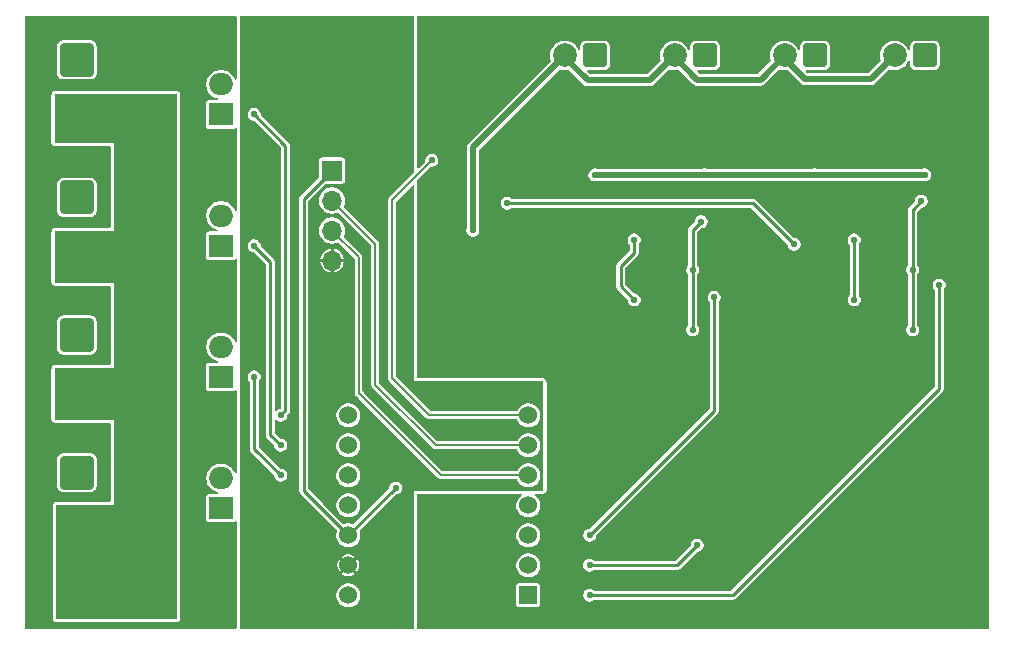
<source format=gbr>
%TF.GenerationSoftware,KiCad,Pcbnew,9.0.0*%
%TF.CreationDate,2025-04-18T19:56:47-04:00*%
%TF.ProjectId,TEMP_ctrl,54454d50-5f63-4747-926c-2e6b69636164,rev?*%
%TF.SameCoordinates,Original*%
%TF.FileFunction,Copper,L2,Bot*%
%TF.FilePolarity,Positive*%
%FSLAX46Y46*%
G04 Gerber Fmt 4.6, Leading zero omitted, Abs format (unit mm)*
G04 Created by KiCad (PCBNEW 9.0.0) date 2025-04-18 19:56:47*
%MOMM*%
%LPD*%
G01*
G04 APERTURE LIST*
G04 Aperture macros list*
%AMRoundRect*
0 Rectangle with rounded corners*
0 $1 Rounding radius*
0 $2 $3 $4 $5 $6 $7 $8 $9 X,Y pos of 4 corners*
0 Add a 4 corners polygon primitive as box body*
4,1,4,$2,$3,$4,$5,$6,$7,$8,$9,$2,$3,0*
0 Add four circle primitives for the rounded corners*
1,1,$1+$1,$2,$3*
1,1,$1+$1,$4,$5*
1,1,$1+$1,$6,$7*
1,1,$1+$1,$8,$9*
0 Add four rect primitives between the rounded corners*
20,1,$1+$1,$2,$3,$4,$5,0*
20,1,$1+$1,$4,$5,$6,$7,0*
20,1,$1+$1,$6,$7,$8,$9,0*
20,1,$1+$1,$8,$9,$2,$3,0*%
G04 Aperture macros list end*
%TA.AperFunction,ComponentPad*%
%ADD10R,2.000000X1.905000*%
%TD*%
%TA.AperFunction,ComponentPad*%
%ADD11O,2.000000X1.905000*%
%TD*%
%TA.AperFunction,ComponentPad*%
%ADD12RoundRect,0.250001X-1.149999X1.149999X-1.149999X-1.149999X1.149999X-1.149999X1.149999X1.149999X0*%
%TD*%
%TA.AperFunction,ComponentPad*%
%ADD13C,2.800000*%
%TD*%
%TA.AperFunction,ComponentPad*%
%ADD14RoundRect,0.250000X0.750000X0.750000X-0.750000X0.750000X-0.750000X-0.750000X0.750000X-0.750000X0*%
%TD*%
%TA.AperFunction,ComponentPad*%
%ADD15C,2.000000*%
%TD*%
%TA.AperFunction,ComponentPad*%
%ADD16R,1.700000X1.700000*%
%TD*%
%TA.AperFunction,ComponentPad*%
%ADD17O,1.700000X1.700000*%
%TD*%
%TA.AperFunction,ComponentPad*%
%ADD18R,1.530000X1.530000*%
%TD*%
%TA.AperFunction,ComponentPad*%
%ADD19C,1.530000*%
%TD*%
%TA.AperFunction,SMDPad,CuDef*%
%ADD20R,4.000000X4.000000*%
%TD*%
%TA.AperFunction,ViaPad*%
%ADD21C,0.584200*%
%TD*%
%TA.AperFunction,Conductor*%
%ADD22C,0.508000*%
%TD*%
%TA.AperFunction,Conductor*%
%ADD23C,0.152400*%
%TD*%
%TA.AperFunction,Conductor*%
%ADD24C,0.254000*%
%TD*%
G04 APERTURE END LIST*
D10*
%TO.P,Q2,1,G*%
%TO.N,Net-(Q2-G)*%
X126900000Y-98155000D03*
D11*
%TO.P,Q2,2,D*%
%TO.N,Net-(J9-Pin_1)*%
X126900000Y-95615000D03*
%TO.P,Q2,3,S*%
%TO.N,GNDPWR*%
X126900000Y-93075000D03*
%TD*%
D12*
%TO.P,J10,1,Pin_1*%
%TO.N,Net-(J10-Pin_1)*%
X114700000Y-116825000D03*
D13*
%TO.P,J10,2,Pin_2*%
%TO.N,+24V*%
X114700000Y-121825000D03*
%TD*%
D12*
%TO.P,J12,1,Pin_1*%
%TO.N,Net-(J12-Pin_1)*%
X114700000Y-128475000D03*
D13*
%TO.P,J12,2,Pin_2*%
%TO.N,+24V*%
X114700000Y-133475000D03*
%TD*%
D14*
%TO.P,J1,1,Pin_1*%
%TO.N,Net-(J1-Pin_1)*%
X158550000Y-93150000D03*
D15*
%TO.P,J1,2,Pin_2*%
%TO.N,VAA*%
X156010000Y-93150000D03*
%TD*%
D12*
%TO.P,J9,1,Pin_1*%
%TO.N,Net-(J9-Pin_1)*%
X114700000Y-93525000D03*
D13*
%TO.P,J9,2,Pin_2*%
%TO.N,+24V*%
X114700000Y-98525000D03*
%TD*%
D10*
%TO.P,Q5,1,G*%
%TO.N,Net-(Q5-G)*%
X126900000Y-131480000D03*
D11*
%TO.P,Q5,2,D*%
%TO.N,Net-(J12-Pin_1)*%
X126900000Y-128940000D03*
%TO.P,Q5,3,S*%
%TO.N,GNDPWR*%
X126900000Y-126400000D03*
%TD*%
D16*
%TO.P,J7,1,Pin_1*%
%TO.N,+3.3V*%
X136300000Y-102900000D03*
D17*
%TO.P,J7,2,Pin_2*%
%TO.N,SCL*%
X136300000Y-105440000D03*
%TO.P,J7,3,Pin_3*%
%TO.N,SDA*%
X136300000Y-107980000D03*
%TO.P,J7,4,Pin_4*%
%TO.N,GNDD*%
X136300000Y-110520000D03*
%TD*%
D14*
%TO.P,J4,1,Pin_1*%
%TO.N,Net-(J4-Pin_1)*%
X186475000Y-93150000D03*
D15*
%TO.P,J4,2,Pin_2*%
%TO.N,VAA*%
X183935000Y-93150000D03*
%TD*%
D14*
%TO.P,J3,1,Pin_1*%
%TO.N,Net-(J3-Pin_1)*%
X167858333Y-93150000D03*
D15*
%TO.P,J3,2,Pin_2*%
%TO.N,VAA*%
X165318333Y-93150000D03*
%TD*%
D10*
%TO.P,Q4,1,G*%
%TO.N,Net-(Q4-G)*%
X126900000Y-120371667D03*
D11*
%TO.P,Q4,2,D*%
%TO.N,Net-(J10-Pin_1)*%
X126900000Y-117831667D03*
%TO.P,Q4,3,S*%
%TO.N,GNDPWR*%
X126900000Y-115291667D03*
%TD*%
D12*
%TO.P,J11,1,Pin_1*%
%TO.N,Net-(J11-Pin_1)*%
X114700000Y-105175000D03*
D13*
%TO.P,J11,2,Pin_2*%
%TO.N,+24V*%
X114700000Y-110175000D03*
%TD*%
D10*
%TO.P,Q1,1,G*%
%TO.N,Net-(Q1-G)*%
X126900000Y-109263333D03*
D11*
%TO.P,Q1,2,D*%
%TO.N,Net-(J11-Pin_1)*%
X126900000Y-106723333D03*
%TO.P,Q1,3,S*%
%TO.N,GNDPWR*%
X126900000Y-104183333D03*
%TD*%
D18*
%TO.P,U2,1,PA02_A0_D0*%
%TO.N,CH4*%
X152907500Y-138860000D03*
D19*
%TO.P,U2,2,PA4_A1_D1*%
%TO.N,CH3*%
X152907500Y-136320000D03*
%TO.P,U2,3,PA10_A2_D2*%
%TO.N,CH2*%
X152907500Y-133780000D03*
%TO.P,U2,4,PA11_A3_D3*%
%TO.N,CH1*%
X152907500Y-131240000D03*
%TO.P,U2,5,PA8_A4_D4_SDA*%
%TO.N,SDA*%
X152907500Y-128700000D03*
%TO.P,U2,6,PA9_A5_D5_SCL*%
%TO.N,SCL*%
X152907500Y-126160000D03*
%TO.P,U2,7,PB08_A6_D6_TX*%
%TO.N,R_PWR_EN*%
X152907500Y-123620000D03*
%TO.P,U2,8,PB09_A7_D7_RX*%
%TO.N,HEATER1*%
X137667500Y-123620000D03*
%TO.P,U2,9,PA7_A8_D8_SCK*%
%TO.N,HEATER2*%
X137667500Y-126160000D03*
%TO.P,U2,10,PA5_A9_D9_MISO*%
%TO.N,HEATER3*%
X137667500Y-128700000D03*
%TO.P,U2,11,PA6_A10_D10_MOSI*%
%TO.N,HEATER4*%
X137667500Y-131240000D03*
%TO.P,U2,12,3V3*%
%TO.N,+3.3V*%
X137667500Y-133780000D03*
%TO.P,U2,13,GND*%
%TO.N,GNDD*%
X137667500Y-136320000D03*
%TO.P,U2,14,5V*%
%TO.N,+5V*%
X137667500Y-138860000D03*
%TD*%
D14*
%TO.P,J2,1,Pin_1*%
%TO.N,Net-(J2-Pin_1)*%
X177166667Y-93150000D03*
D15*
%TO.P,J2,2,Pin_2*%
%TO.N,VAA*%
X174626667Y-93150000D03*
%TD*%
D20*
%TO.P,J5,1,Pin_1*%
%TO.N,+24V*%
X117550000Y-138500000D03*
%TD*%
D21*
%TO.N,GNDA*%
X175420000Y-112577500D03*
X178380000Y-109150000D03*
X156795000Y-112577500D03*
X159755000Y-109150000D03*
X146500000Y-103000000D03*
X150000000Y-103000000D03*
X150000000Y-101000000D03*
%TO.N,GNDD*%
X129500000Y-93500000D03*
%TO.N,VAA*%
X148212500Y-107975000D03*
%TO.N,GNDA*%
X160000000Y-121000000D03*
X169000000Y-140000000D03*
X149000000Y-91000000D03*
X170000000Y-97000000D03*
X155000000Y-119000000D03*
X185000000Y-99000000D03*
X170000000Y-99000000D03*
X191000000Y-118000000D03*
X162000000Y-99000000D03*
X191000000Y-93000000D03*
X157000000Y-117000000D03*
X174000000Y-111000000D03*
X157000000Y-123000000D03*
X160000000Y-127000000D03*
X176000000Y-123000000D03*
X175000000Y-140000000D03*
X164000000Y-121000000D03*
X145000000Y-93000000D03*
X163000000Y-93000000D03*
X147000000Y-93000000D03*
X153000000Y-93000000D03*
X180000000Y-125000000D03*
X191000000Y-130000000D03*
X191000000Y-102000000D03*
X154000000Y-111000000D03*
X156350000Y-100300000D03*
X166000000Y-107000000D03*
X191000000Y-132000000D03*
X149000000Y-93000000D03*
X190000000Y-91000000D03*
X145000000Y-131000000D03*
X181000000Y-97000000D03*
X172000000Y-127000000D03*
X145000000Y-91000000D03*
X190000000Y-99000000D03*
X168000000Y-131000000D03*
X188000000Y-99000000D03*
X168000000Y-137000000D03*
X151000000Y-95000000D03*
X191000000Y-116000000D03*
X191000000Y-128000000D03*
X151000000Y-137000000D03*
X191000000Y-120000000D03*
X172000000Y-117000000D03*
X174000000Y-131000000D03*
X179000000Y-99000000D03*
X156000000Y-107000000D03*
X185000000Y-97000000D03*
X174000000Y-115000000D03*
X177000000Y-138000000D03*
X181000000Y-140000000D03*
X152000000Y-111000000D03*
X190000000Y-95000000D03*
X170000000Y-115000000D03*
X151000000Y-117000000D03*
X166000000Y-133000000D03*
X164000000Y-119000000D03*
X170000000Y-91000000D03*
X154000000Y-109000000D03*
X170000000Y-135000000D03*
X191000000Y-134000000D03*
X186000000Y-119000000D03*
X149000000Y-133000000D03*
X178000000Y-129000000D03*
X157000000Y-121000000D03*
X174000000Y-125000000D03*
X183000000Y-105000000D03*
X170000000Y-93000000D03*
X179000000Y-97000000D03*
X181000000Y-93000000D03*
X176000000Y-121000000D03*
X172000000Y-121000000D03*
X170000000Y-117000000D03*
X166000000Y-99000000D03*
X172000000Y-99000000D03*
X162000000Y-125000000D03*
X190000000Y-93000000D03*
X164000000Y-125000000D03*
X172000000Y-97000000D03*
X155000000Y-121000000D03*
X149000000Y-135000000D03*
X187000000Y-128000000D03*
X151000000Y-131000000D03*
X171000000Y-140000000D03*
X180000000Y-127000000D03*
X182000000Y-125000000D03*
X184000000Y-121000000D03*
X191000000Y-124000000D03*
X179000000Y-134000000D03*
X157000000Y-96000000D03*
X145000000Y-117000000D03*
X149000000Y-117000000D03*
X166000000Y-97000000D03*
X160000000Y-97000000D03*
X172000000Y-133000000D03*
X179000000Y-136000000D03*
X157000000Y-98000000D03*
X166000000Y-101000000D03*
X188000000Y-95000000D03*
X162000000Y-127000000D03*
X172000000Y-91000000D03*
X153000000Y-119000000D03*
X149000000Y-131000000D03*
X176000000Y-131000000D03*
X179000000Y-93000000D03*
X149000000Y-95000000D03*
X154000000Y-113000000D03*
X170000000Y-123000000D03*
X145000000Y-95000000D03*
X178000000Y-127000000D03*
X166000000Y-131000000D03*
X178000000Y-119000000D03*
X172000000Y-113000000D03*
X174000000Y-123000000D03*
X164000000Y-123000000D03*
X179000000Y-91000000D03*
X157000000Y-125000000D03*
X176000000Y-97000000D03*
X173000000Y-140000000D03*
X174000000Y-113000000D03*
X191000000Y-97000000D03*
X161000000Y-91000000D03*
X162000000Y-119000000D03*
X189000000Y-124000000D03*
X168000000Y-129000000D03*
X164000000Y-97000000D03*
X155000000Y-123000000D03*
X184000000Y-123000000D03*
X172000000Y-125000000D03*
X185000000Y-140000000D03*
X191000000Y-138000000D03*
X164000000Y-133000000D03*
X151000000Y-135000000D03*
X170000000Y-137000000D03*
X191000000Y-112000000D03*
X164000000Y-101000000D03*
X147000000Y-95000000D03*
X172000000Y-115000000D03*
X166000000Y-121000000D03*
X170000000Y-129000000D03*
X165000000Y-140000000D03*
X191000000Y-114000000D03*
X174000000Y-117000000D03*
X160000000Y-125000000D03*
X191000000Y-106000000D03*
X178000000Y-121000000D03*
X172000000Y-123000000D03*
X154000000Y-103000000D03*
X166000000Y-127000000D03*
X191000000Y-110000000D03*
X164000000Y-131000000D03*
X170000000Y-127000000D03*
X191000000Y-126000000D03*
X172000000Y-93000000D03*
X191000000Y-100000000D03*
X162000000Y-97000000D03*
X161000000Y-93000000D03*
X149000000Y-139000000D03*
X185000000Y-128000000D03*
X186000000Y-121000000D03*
X153000000Y-117000000D03*
X174500000Y-95250000D03*
X191000000Y-95000000D03*
X177000000Y-136000000D03*
X191000000Y-99000000D03*
X160000000Y-99000000D03*
X187000000Y-126000000D03*
X181000000Y-91000000D03*
X174000000Y-121000000D03*
X188000000Y-97000000D03*
X170000000Y-125000000D03*
X189000000Y-140000000D03*
X152000000Y-101000000D03*
X189000000Y-128000000D03*
X175000000Y-138000000D03*
X182000000Y-119000000D03*
X176000000Y-115000000D03*
X163000000Y-91000000D03*
X151000000Y-91000000D03*
X172000000Y-101000000D03*
X170000000Y-121000000D03*
X162000000Y-123000000D03*
X183000000Y-140000000D03*
X154000000Y-107000000D03*
X182000000Y-121000000D03*
X168000000Y-127000000D03*
X151000000Y-119000000D03*
X157000000Y-119000000D03*
X185000000Y-95000000D03*
X179000000Y-140000000D03*
X160000000Y-123000000D03*
X190000000Y-97000000D03*
X165500000Y-95000000D03*
X177000000Y-140000000D03*
X191000000Y-140000000D03*
X152000000Y-103000000D03*
X181000000Y-99000000D03*
X176000000Y-129000000D03*
X172000000Y-111000000D03*
X174000000Y-105000000D03*
X167000000Y-140000000D03*
X147000000Y-131000000D03*
X174000000Y-133000000D03*
X145000000Y-106500000D03*
X191000000Y-91000000D03*
X166000000Y-123000000D03*
X151000000Y-139000000D03*
X191000000Y-122000000D03*
X153000000Y-91000000D03*
X151000000Y-133000000D03*
X189000000Y-126000000D03*
X162000000Y-121000000D03*
X163000000Y-140000000D03*
X172000000Y-135000000D03*
X191000000Y-104000000D03*
X182000000Y-123000000D03*
X191000000Y-136000000D03*
X149000000Y-137000000D03*
X151000000Y-93000000D03*
X147000000Y-91000000D03*
X174000000Y-101000000D03*
X150000000Y-111000000D03*
X145000000Y-108500000D03*
X172000000Y-109000000D03*
X176000000Y-99000000D03*
X166000000Y-129000000D03*
X187000000Y-140000000D03*
X155000000Y-117000000D03*
X183000000Y-101000000D03*
X157000000Y-127000000D03*
X145000000Y-104500000D03*
X179000000Y-138000000D03*
X191000000Y-108000000D03*
X184000000Y-119000000D03*
%TO.N,GNDD*%
X130000000Y-137500000D03*
X130000000Y-140000000D03*
X135100000Y-120000000D03*
X137300000Y-115450000D03*
X137300000Y-120000000D03*
X135100000Y-112950000D03*
X129500000Y-91250000D03*
X135000000Y-140000000D03*
X137300000Y-117500000D03*
X135100000Y-115450000D03*
X137300000Y-112950000D03*
X130000000Y-105000000D03*
X135100000Y-117500000D03*
X140000000Y-105000000D03*
X135000000Y-135000000D03*
X140000000Y-107500000D03*
X135000000Y-137500000D03*
X132500000Y-137500000D03*
X132500000Y-140000000D03*
X140000000Y-102500000D03*
X130000000Y-115000000D03*
X132500000Y-135000000D03*
%TO.N,Net-(U1B-+)*%
X161879167Y-113847500D03*
X161879167Y-108767500D03*
%TO.N,VAA{slash}2*%
X175420000Y-109150000D03*
X151132500Y-105675000D03*
%TO.N,Net-(U1D-+)*%
X166829167Y-116387500D03*
X167556667Y-107225000D03*
X166829167Y-111307500D03*
%TO.N,Net-(U4B-+)*%
X180500000Y-108767500D03*
X180500000Y-113847500D03*
%TO.N,Net-(U4D-+)*%
X185450000Y-116387500D03*
X185450000Y-111307500D03*
X186190000Y-105500000D03*
%TO.N,CH2*%
X168650000Y-113650000D03*
X158100000Y-133780000D03*
%TO.N,Net-(Q1-G)*%
X129700000Y-109263333D03*
X131940000Y-126160000D03*
%TO.N,Net-(Q2-G)*%
X131940000Y-123620000D03*
X129700000Y-98155000D03*
%TO.N,Net-(Q4-G)*%
X129700000Y-120371667D03*
X131940000Y-128700000D03*
%TO.N,CH3*%
X167220000Y-134640000D03*
X158100000Y-136320000D03*
%TO.N,CH4*%
X158100000Y-138860000D03*
X187690000Y-112590000D03*
%TO.N,R_COM*%
X177166667Y-103260000D03*
X186475000Y-103260000D03*
X167858333Y-103260000D03*
X158550000Y-103260000D03*
%TO.N,R_PWR_EN*%
X144730000Y-102050000D03*
%TO.N,+3.3V*%
X141673750Y-129773750D03*
%TD*%
D22*
%TO.N,VAA*%
X167190000Y-95200000D02*
X172576667Y-95200000D01*
X165318333Y-93328333D02*
X167190000Y-95200000D01*
X165318333Y-93150000D02*
X165318333Y-93328333D01*
X172576667Y-95200000D02*
X174626667Y-93150000D01*
X176345000Y-95175000D02*
X181910000Y-95175000D01*
X181910000Y-95175000D02*
X183935000Y-93150000D01*
X174626667Y-93456667D02*
X176345000Y-95175000D01*
X174626667Y-93150000D02*
X174626667Y-93456667D01*
X163193333Y-95275000D02*
X165318333Y-93150000D01*
X156010000Y-93150000D02*
X156010000Y-93350000D01*
X156010000Y-93350000D02*
X157935000Y-95275000D01*
X157935000Y-95275000D02*
X163193333Y-95275000D01*
D23*
%TO.N,R_PWR_EN*%
X141350000Y-120425000D02*
X144545000Y-123620000D01*
X144545000Y-123620000D02*
X152907500Y-123620000D01*
X141350000Y-105430000D02*
X141350000Y-120425000D01*
X144730000Y-102050000D02*
X141350000Y-105430000D01*
D22*
%TO.N,VAA*%
X156010000Y-93150000D02*
X148212500Y-100947500D01*
X148212500Y-100947500D02*
X148212500Y-107975000D01*
D24*
%TO.N,Net-(U1B-+)*%
X161879167Y-109845833D02*
X160750000Y-110975000D01*
X160750000Y-110975000D02*
X160750000Y-112718333D01*
X160750000Y-112718333D02*
X161879167Y-113847500D01*
X161879167Y-108767500D02*
X161879167Y-109845833D01*
%TO.N,VAA{slash}2*%
X175420000Y-109150000D02*
X171945000Y-105675000D01*
X171945000Y-105675000D02*
X151132500Y-105675000D01*
%TO.N,Net-(U1D-+)*%
X166829167Y-108950000D02*
X166829167Y-111307500D01*
X166829167Y-116387500D02*
X166829167Y-111307500D01*
X166829167Y-108950000D02*
X166829167Y-107952500D01*
X166829167Y-107952500D02*
X167556667Y-107225000D01*
%TO.N,Net-(U4B-+)*%
X180500000Y-108767500D02*
X180500000Y-113847500D01*
%TO.N,Net-(U4D-+)*%
X185450000Y-106240000D02*
X185450000Y-111307500D01*
X186190000Y-105500000D02*
X185450000Y-106240000D01*
X185450000Y-116387500D02*
X185450000Y-111307500D01*
%TO.N,CH2*%
X168650000Y-123230000D02*
X158100000Y-133780000D01*
X168650000Y-113650000D02*
X168650000Y-123230000D01*
%TO.N,Net-(Q1-G)*%
X131050000Y-125270000D02*
X131050000Y-110613333D01*
X131050000Y-110613333D02*
X129700000Y-109263333D01*
X131940000Y-126160000D02*
X131050000Y-125270000D01*
%TO.N,Net-(Q2-G)*%
X131940000Y-123620000D02*
X132350000Y-123210000D01*
X132350000Y-123210000D02*
X132350000Y-100805000D01*
X132350000Y-100805000D02*
X129700000Y-98155000D01*
%TO.N,Net-(Q4-G)*%
X129700000Y-126460000D02*
X129700000Y-120371667D01*
X131940000Y-128700000D02*
X129700000Y-126460000D01*
%TO.N,CH3*%
X167220000Y-134640000D02*
X165540000Y-136320000D01*
X165540000Y-136320000D02*
X158100000Y-136320000D01*
%TO.N,CH4*%
X158100000Y-138860000D02*
X170210000Y-138860000D01*
X187690000Y-121380000D02*
X187690000Y-112590000D01*
X170210000Y-138860000D02*
X187690000Y-121380000D01*
D22*
%TO.N,R_COM*%
X186475000Y-103260000D02*
X177166667Y-103260000D01*
X177166667Y-103260000D02*
X167858333Y-103260000D01*
X167858333Y-103260000D02*
X158550000Y-103260000D01*
D24*
%TO.N,+3.3V*%
X133900000Y-105300000D02*
X133900000Y-130012500D01*
X133900000Y-130012500D02*
X137667500Y-133780000D01*
X141673750Y-129773750D02*
X137667500Y-133780000D01*
X136300000Y-102900000D02*
X133900000Y-105300000D01*
D23*
%TO.N,SDA*%
X138650000Y-121819834D02*
X138541000Y-121710835D01*
X138541000Y-110221000D02*
X136300000Y-107980000D01*
X138839165Y-122009000D02*
X138650000Y-121819834D01*
X152907500Y-128700000D02*
X145530166Y-128700000D01*
X145530166Y-128700000D02*
X138839165Y-122009000D01*
X138541000Y-121710835D02*
X138541000Y-110221000D01*
%TO.N,SCL*%
X152907500Y-126160000D02*
X145060000Y-126160000D01*
X145060000Y-126160000D02*
X139950000Y-121050000D01*
X139950000Y-121050000D02*
X139950000Y-109090000D01*
X139950000Y-109090000D02*
X136300000Y-105440000D01*
%TD*%
%TA.AperFunction,Conductor*%
%TO.N,GNDD*%
G36*
X143223138Y-89822893D02*
G01*
X143248858Y-89867442D01*
X143250000Y-89880500D01*
X143250000Y-103031171D01*
X143232407Y-103079509D01*
X143227974Y-103084345D01*
X142830153Y-103482166D01*
X141146947Y-105165372D01*
X141146945Y-105165374D01*
X141130962Y-105181357D01*
X141085374Y-105226944D01*
X141041836Y-105302353D01*
X141041835Y-105302355D01*
X141028247Y-105353071D01*
X141019300Y-105386462D01*
X141019300Y-120468538D01*
X141031376Y-120513608D01*
X141041835Y-120552644D01*
X141041836Y-120552646D01*
X141085375Y-120628057D01*
X141151224Y-120693906D01*
X141151238Y-120693918D01*
X143000000Y-122542680D01*
X143000000Y-123632320D01*
X140302726Y-120935046D01*
X140280986Y-120888426D01*
X140280700Y-120881872D01*
X140280700Y-109139606D01*
X140280701Y-109139593D01*
X140280701Y-109046464D01*
X140269212Y-109003583D01*
X140258165Y-108962355D01*
X140214627Y-108886946D01*
X140214626Y-108886945D01*
X140214625Y-108886943D01*
X137317685Y-105990004D01*
X137295945Y-105943384D01*
X137303855Y-105902692D01*
X137323580Y-105863981D01*
X137377303Y-105698638D01*
X137404500Y-105526926D01*
X137404500Y-105353074D01*
X137377303Y-105181362D01*
X137323580Y-105016019D01*
X137244653Y-104861116D01*
X137142465Y-104720467D01*
X137142463Y-104720465D01*
X137142456Y-104720457D01*
X137019542Y-104597543D01*
X137019534Y-104597536D01*
X136878885Y-104495347D01*
X136798426Y-104454351D01*
X136723981Y-104416420D01*
X136723974Y-104416417D01*
X136723970Y-104416416D01*
X136558642Y-104362698D01*
X136558630Y-104362695D01*
X136386928Y-104335500D01*
X136386926Y-104335500D01*
X136213074Y-104335500D01*
X136213071Y-104335500D01*
X136041369Y-104362695D01*
X136041357Y-104362698D01*
X135876029Y-104416416D01*
X135876021Y-104416419D01*
X135876019Y-104416420D01*
X135876015Y-104416421D01*
X135876015Y-104416422D01*
X135721114Y-104495347D01*
X135580465Y-104597536D01*
X135580457Y-104597543D01*
X135457543Y-104720457D01*
X135457536Y-104720465D01*
X135355347Y-104861114D01*
X135276422Y-105016015D01*
X135276416Y-105016029D01*
X135222698Y-105181357D01*
X135222695Y-105181369D01*
X135195500Y-105353071D01*
X135195500Y-105526928D01*
X135222695Y-105698630D01*
X135222697Y-105698638D01*
X135276420Y-105863981D01*
X135276422Y-105863984D01*
X135355347Y-106018885D01*
X135457536Y-106159534D01*
X135457543Y-106159542D01*
X135580457Y-106282456D01*
X135580465Y-106282463D01*
X135580467Y-106282465D01*
X135657387Y-106338350D01*
X135721114Y-106384652D01*
X135721116Y-106384653D01*
X135876019Y-106463580D01*
X136041362Y-106517303D01*
X136213074Y-106544500D01*
X136213078Y-106544500D01*
X136386922Y-106544500D01*
X136386926Y-106544500D01*
X136558638Y-106517303D01*
X136723981Y-106463580D01*
X136762691Y-106443855D01*
X136813744Y-106437586D01*
X136850004Y-106457685D01*
X139597274Y-109204954D01*
X139619014Y-109251574D01*
X139619300Y-109258128D01*
X139619300Y-121093538D01*
X139631376Y-121138608D01*
X139641835Y-121177644D01*
X139641836Y-121177646D01*
X139685375Y-121253057D01*
X139751224Y-121318906D01*
X139751238Y-121318918D01*
X143000000Y-124567680D01*
X143000000Y-125702154D01*
X142409822Y-125111977D01*
X139077749Y-121779904D01*
X139042219Y-121744374D01*
X139042220Y-121744374D01*
X138893725Y-121595878D01*
X138871986Y-121549258D01*
X138871700Y-121542704D01*
X138871700Y-110270606D01*
X138871701Y-110270593D01*
X138871701Y-110177465D01*
X138871701Y-110177463D01*
X138849164Y-110093355D01*
X138849164Y-110093354D01*
X138805626Y-110017945D01*
X138744055Y-109956374D01*
X138744054Y-109956373D01*
X137317685Y-108530004D01*
X137295945Y-108483384D01*
X137303855Y-108442692D01*
X137323580Y-108403981D01*
X137377303Y-108238638D01*
X137404500Y-108066926D01*
X137404500Y-107893074D01*
X137377303Y-107721362D01*
X137323580Y-107556019D01*
X137244653Y-107401116D01*
X137142465Y-107260467D01*
X137142463Y-107260465D01*
X137142456Y-107260457D01*
X137019542Y-107137543D01*
X137019534Y-107137536D01*
X136878885Y-107035347D01*
X136798426Y-106994351D01*
X136723981Y-106956420D01*
X136723974Y-106956417D01*
X136723970Y-106956416D01*
X136558642Y-106902698D01*
X136558630Y-106902695D01*
X136386928Y-106875500D01*
X136386926Y-106875500D01*
X136213074Y-106875500D01*
X136213071Y-106875500D01*
X136041369Y-106902695D01*
X136041357Y-106902698D01*
X135876029Y-106956416D01*
X135876021Y-106956419D01*
X135876019Y-106956420D01*
X135876015Y-106956421D01*
X135876015Y-106956422D01*
X135721114Y-107035347D01*
X135580465Y-107137536D01*
X135580457Y-107137543D01*
X135457543Y-107260457D01*
X135457536Y-107260465D01*
X135355347Y-107401114D01*
X135276422Y-107556015D01*
X135276416Y-107556029D01*
X135222698Y-107721357D01*
X135222695Y-107721369D01*
X135195500Y-107893071D01*
X135195500Y-108066928D01*
X135222695Y-108238630D01*
X135222697Y-108238638D01*
X135276420Y-108403981D01*
X135276422Y-108403984D01*
X135355347Y-108558885D01*
X135457536Y-108699534D01*
X135457543Y-108699542D01*
X135580457Y-108822456D01*
X135580465Y-108822463D01*
X135580467Y-108822465D01*
X135585260Y-108825947D01*
X135721114Y-108924652D01*
X135721116Y-108924653D01*
X135876019Y-109003580D01*
X136041362Y-109057303D01*
X136213074Y-109084500D01*
X136213078Y-109084500D01*
X136386922Y-109084500D01*
X136386926Y-109084500D01*
X136558638Y-109057303D01*
X136723981Y-109003580D01*
X136762691Y-108983855D01*
X136813744Y-108977586D01*
X136850004Y-108997685D01*
X138188274Y-110335954D01*
X138210014Y-110382574D01*
X138210300Y-110389128D01*
X138210300Y-121662679D01*
X138210299Y-121662697D01*
X138210299Y-121754372D01*
X138232836Y-121838482D01*
X138247206Y-121863370D01*
X138247207Y-121863372D01*
X138276373Y-121913890D01*
X138344130Y-121981647D01*
X138344143Y-121981657D01*
X138385372Y-122022886D01*
X138385372Y-122022887D01*
X138385373Y-122022887D01*
X138574538Y-122212053D01*
X138574539Y-122212054D01*
X141872592Y-125510107D01*
X143000000Y-126637514D01*
X143000000Y-130000000D01*
X143250000Y-130000000D01*
X143250000Y-141619500D01*
X143232407Y-141667838D01*
X143187858Y-141693558D01*
X143174800Y-141694700D01*
X128550200Y-141694700D01*
X128501862Y-141677107D01*
X128476142Y-141632558D01*
X128475000Y-141619500D01*
X128475000Y-138759588D01*
X136648000Y-138759588D01*
X136648000Y-138960412D01*
X136687179Y-139157377D01*
X136764031Y-139342914D01*
X136875603Y-139509893D01*
X136875605Y-139509895D01*
X136875607Y-139509898D01*
X137017601Y-139651892D01*
X137017604Y-139651894D01*
X137017607Y-139651897D01*
X137184586Y-139763469D01*
X137370123Y-139840321D01*
X137488302Y-139863828D01*
X137567086Y-139879500D01*
X137567088Y-139879500D01*
X137767914Y-139879500D01*
X137833567Y-139866440D01*
X137964877Y-139840321D01*
X138150414Y-139763469D01*
X138317393Y-139651897D01*
X138459397Y-139509893D01*
X138570969Y-139342914D01*
X138647821Y-139157377D01*
X138687000Y-138960412D01*
X138687000Y-138759588D01*
X138647821Y-138562623D01*
X138570969Y-138377086D01*
X138459397Y-138210107D01*
X138459394Y-138210104D01*
X138459392Y-138210101D01*
X138317398Y-138068107D01*
X138317395Y-138068105D01*
X138317393Y-138068103D01*
X138150414Y-137956531D01*
X137964877Y-137879679D01*
X137964874Y-137879678D01*
X137964873Y-137879678D01*
X137767914Y-137840500D01*
X137767912Y-137840500D01*
X137567088Y-137840500D01*
X137567086Y-137840500D01*
X137370126Y-137879678D01*
X137370123Y-137879679D01*
X137184587Y-137956530D01*
X137017604Y-138068105D01*
X137017601Y-138068107D01*
X136875607Y-138210101D01*
X136875605Y-138210104D01*
X136764030Y-138377087D01*
X136687179Y-138562623D01*
X136648000Y-138759588D01*
X128475000Y-138759588D01*
X128475000Y-136229643D01*
X136750100Y-136229643D01*
X136750100Y-136410356D01*
X136785354Y-136587592D01*
X136785355Y-136587595D01*
X136854510Y-136754550D01*
X136934151Y-136873742D01*
X137228413Y-136579480D01*
X137259398Y-136633147D01*
X137354353Y-136728102D01*
X137408017Y-136759085D01*
X137113756Y-137053347D01*
X137232949Y-137132989D01*
X137399904Y-137202144D01*
X137399907Y-137202145D01*
X137577143Y-137237400D01*
X137757857Y-137237400D01*
X137935092Y-137202145D01*
X137935095Y-137202144D01*
X138102054Y-137132987D01*
X138221241Y-137053348D01*
X138221242Y-137053347D01*
X137926981Y-136759086D01*
X137980647Y-136728102D01*
X138075602Y-136633147D01*
X138106586Y-136579481D01*
X138400847Y-136873742D01*
X138400848Y-136873741D01*
X138480487Y-136754554D01*
X138549644Y-136587595D01*
X138549645Y-136587592D01*
X138584900Y-136410356D01*
X138584900Y-136229643D01*
X138549645Y-136052407D01*
X138549644Y-136052404D01*
X138480489Y-135885449D01*
X138400847Y-135766256D01*
X138106585Y-136060517D01*
X138075602Y-136006853D01*
X137980647Y-135911898D01*
X137926980Y-135880913D01*
X138221242Y-135586651D01*
X138102050Y-135507010D01*
X137935095Y-135437855D01*
X137935092Y-135437854D01*
X137757857Y-135402600D01*
X137577143Y-135402600D01*
X137399907Y-135437854D01*
X137399904Y-135437855D01*
X137232946Y-135507011D01*
X137113756Y-135586650D01*
X137113756Y-135586651D01*
X137408018Y-135880913D01*
X137354353Y-135911898D01*
X137259398Y-136006853D01*
X137228413Y-136060518D01*
X136934151Y-135766256D01*
X136934150Y-135766256D01*
X136854511Y-135885446D01*
X136785355Y-136052404D01*
X136785354Y-136052407D01*
X136750100Y-136229643D01*
X128475000Y-136229643D01*
X128475000Y-120299706D01*
X129153400Y-120299706D01*
X129153400Y-120443628D01*
X129160075Y-120468538D01*
X129190650Y-120582648D01*
X129216866Y-120628055D01*
X129262611Y-120707288D01*
X129296474Y-120741151D01*
X129318214Y-120787770D01*
X129318500Y-120794325D01*
X129318500Y-126510225D01*
X129337999Y-126582996D01*
X129344499Y-126607255D01*
X129380349Y-126669349D01*
X129380351Y-126669351D01*
X129394723Y-126694245D01*
X129394727Y-126694251D01*
X131371374Y-128670896D01*
X131393114Y-128717516D01*
X131393400Y-128724070D01*
X131393400Y-128771961D01*
X131401024Y-128800413D01*
X131430650Y-128910981D01*
X131461622Y-128964626D01*
X131499770Y-129030701D01*
X131502610Y-129035619D01*
X131502614Y-129035625D01*
X131604374Y-129137385D01*
X131604377Y-129137387D01*
X131604379Y-129137389D01*
X131729020Y-129209350D01*
X131868039Y-129246600D01*
X131868042Y-129246600D01*
X132011958Y-129246600D01*
X132011961Y-129246600D01*
X132150980Y-129209350D01*
X132275621Y-129137389D01*
X132377389Y-129035621D01*
X132449350Y-128910980D01*
X132486600Y-128771961D01*
X132486600Y-128628039D01*
X132449350Y-128489020D01*
X132377389Y-128364379D01*
X132377387Y-128364377D01*
X132377385Y-128364374D01*
X132275625Y-128262614D01*
X132275619Y-128262610D01*
X132150981Y-128190650D01*
X132116225Y-128181337D01*
X132011961Y-128153400D01*
X132011958Y-128153400D01*
X131964070Y-128153400D01*
X131915732Y-128135807D01*
X131910896Y-128131374D01*
X130103526Y-126324003D01*
X130081786Y-126277383D01*
X130081500Y-126270829D01*
X130081500Y-120794325D01*
X130099093Y-120745987D01*
X130103515Y-120741161D01*
X130137389Y-120707288D01*
X130209350Y-120582647D01*
X130246600Y-120443628D01*
X130246600Y-120299706D01*
X130209350Y-120160687D01*
X130137389Y-120036046D01*
X130137387Y-120036044D01*
X130137385Y-120036041D01*
X130035625Y-119934281D01*
X130035619Y-119934277D01*
X129910981Y-119862317D01*
X129876225Y-119853004D01*
X129771961Y-119825067D01*
X129628039Y-119825067D01*
X129544627Y-119847417D01*
X129489018Y-119862317D01*
X129364380Y-119934277D01*
X129364374Y-119934281D01*
X129262614Y-120036041D01*
X129262610Y-120036047D01*
X129190650Y-120160685D01*
X129172025Y-120230196D01*
X129153400Y-120299706D01*
X128475000Y-120299706D01*
X128475000Y-98083039D01*
X129153400Y-98083039D01*
X129153400Y-98226961D01*
X129181337Y-98331225D01*
X129190650Y-98365981D01*
X129262610Y-98490619D01*
X129262614Y-98490625D01*
X129364374Y-98592385D01*
X129364377Y-98592387D01*
X129364379Y-98592389D01*
X129489020Y-98664350D01*
X129628039Y-98701600D01*
X129675929Y-98701600D01*
X129724267Y-98719193D01*
X129729103Y-98723626D01*
X131946474Y-100940997D01*
X131968214Y-100987617D01*
X131968500Y-100994171D01*
X131968500Y-122998200D01*
X131950907Y-123046538D01*
X131906358Y-123072258D01*
X131893300Y-123073400D01*
X131868039Y-123073400D01*
X131784627Y-123095750D01*
X131729018Y-123110650D01*
X131604380Y-123182610D01*
X131604374Y-123182614D01*
X131559874Y-123227115D01*
X131513254Y-123248855D01*
X131463567Y-123235541D01*
X131434062Y-123193404D01*
X131431500Y-123173941D01*
X131431500Y-110563110D01*
X131431500Y-110563108D01*
X131405501Y-110466079D01*
X131355276Y-110379086D01*
X131355274Y-110379084D01*
X131355272Y-110379081D01*
X131281632Y-110305441D01*
X131281609Y-110305420D01*
X130268626Y-109292436D01*
X130246886Y-109245816D01*
X130246600Y-109239262D01*
X130246600Y-109191374D01*
X130246600Y-109191372D01*
X130209350Y-109052353D01*
X130205949Y-109046463D01*
X130181189Y-109003577D01*
X130137389Y-108927712D01*
X130137387Y-108927710D01*
X130137385Y-108927707D01*
X130035625Y-108825947D01*
X130035619Y-108825943D01*
X130029591Y-108822463D01*
X130009280Y-108810736D01*
X129910981Y-108753983D01*
X129876225Y-108744670D01*
X129771961Y-108716733D01*
X129628039Y-108716733D01*
X129544627Y-108739083D01*
X129489018Y-108753983D01*
X129364380Y-108825943D01*
X129364374Y-108825947D01*
X129262614Y-108927707D01*
X129262610Y-108927713D01*
X129190650Y-109052351D01*
X129182036Y-109084500D01*
X129153400Y-109191372D01*
X129153400Y-109335294D01*
X129181337Y-109439558D01*
X129190650Y-109474314D01*
X129262610Y-109598952D01*
X129262614Y-109598958D01*
X129364374Y-109700718D01*
X129364377Y-109700720D01*
X129364379Y-109700722D01*
X129489020Y-109772683D01*
X129628039Y-109809933D01*
X129675929Y-109809933D01*
X129724267Y-109827526D01*
X129729103Y-109831959D01*
X130646474Y-110749329D01*
X130668214Y-110795949D01*
X130668500Y-110802503D01*
X130668500Y-125320225D01*
X130694499Y-125417253D01*
X130694500Y-125417257D01*
X130713336Y-125449881D01*
X130732173Y-125482507D01*
X130732173Y-125482509D01*
X130744723Y-125504245D01*
X130744727Y-125504251D01*
X131371374Y-126130897D01*
X131393114Y-126177517D01*
X131393400Y-126184071D01*
X131393400Y-126231961D01*
X131412161Y-126301977D01*
X131430650Y-126370981D01*
X131502610Y-126495619D01*
X131502614Y-126495625D01*
X131604374Y-126597385D01*
X131604377Y-126597387D01*
X131604379Y-126597389D01*
X131729020Y-126669350D01*
X131868039Y-126706600D01*
X131868042Y-126706600D01*
X132011958Y-126706600D01*
X132011961Y-126706600D01*
X132150980Y-126669350D01*
X132275621Y-126597389D01*
X132377389Y-126495621D01*
X132449350Y-126370980D01*
X132486600Y-126231961D01*
X132486600Y-126088039D01*
X132449350Y-125949020D01*
X132377389Y-125824379D01*
X132377387Y-125824377D01*
X132377385Y-125824374D01*
X132275625Y-125722614D01*
X132275619Y-125722610D01*
X132150981Y-125650650D01*
X132116225Y-125641337D01*
X132011961Y-125613400D01*
X132011958Y-125613400D01*
X131964071Y-125613400D01*
X131915733Y-125595807D01*
X131910897Y-125591374D01*
X131453526Y-125134003D01*
X131431786Y-125087383D01*
X131431500Y-125080829D01*
X131431500Y-124066059D01*
X131449093Y-124017721D01*
X131493642Y-123992001D01*
X131544300Y-124000934D01*
X131559874Y-124012885D01*
X131604374Y-124057385D01*
X131604377Y-124057387D01*
X131604379Y-124057389D01*
X131729020Y-124129350D01*
X131868039Y-124166600D01*
X131868042Y-124166600D01*
X132011958Y-124166600D01*
X132011961Y-124166600D01*
X132150980Y-124129350D01*
X132275621Y-124057389D01*
X132377389Y-123955621D01*
X132449350Y-123830980D01*
X132486600Y-123691961D01*
X132486600Y-123644070D01*
X132492214Y-123628643D01*
X132493645Y-123612290D01*
X132503060Y-123598842D01*
X132504193Y-123595732D01*
X132508616Y-123590905D01*
X132578053Y-123521467D01*
X132578063Y-123521460D01*
X132655272Y-123444251D01*
X132655276Y-123444247D01*
X132705501Y-123357254D01*
X132705502Y-123357253D01*
X132731501Y-123260225D01*
X132731501Y-123159775D01*
X132731501Y-123155173D01*
X132731500Y-123155155D01*
X132731500Y-105249775D01*
X133518500Y-105249775D01*
X133518500Y-130062725D01*
X133530999Y-130109371D01*
X133544499Y-130159755D01*
X133594723Y-130246745D01*
X133594727Y-130246751D01*
X136693655Y-133345678D01*
X136715395Y-133392298D01*
X136709957Y-133427629D01*
X136687181Y-133482615D01*
X136687179Y-133482621D01*
X136687179Y-133482623D01*
X136648000Y-133679588D01*
X136648000Y-133880412D01*
X136687179Y-134077377D01*
X136764031Y-134262914D01*
X136875603Y-134429893D01*
X136875605Y-134429895D01*
X136875607Y-134429898D01*
X137017601Y-134571892D01*
X137017604Y-134571894D01*
X137017607Y-134571897D01*
X137184586Y-134683469D01*
X137370123Y-134760321D01*
X137488302Y-134783828D01*
X137567086Y-134799500D01*
X137567088Y-134799500D01*
X137767914Y-134799500D01*
X137833567Y-134786440D01*
X137964877Y-134760321D01*
X138150414Y-134683469D01*
X138317393Y-134571897D01*
X138459397Y-134429893D01*
X138570969Y-134262914D01*
X138647821Y-134077377D01*
X138687000Y-133880412D01*
X138687000Y-133679588D01*
X138647821Y-133482623D01*
X138625040Y-133427628D01*
X138622797Y-133376239D01*
X138641341Y-133345680D01*
X141644647Y-130342376D01*
X141691267Y-130320636D01*
X141697821Y-130320350D01*
X141745708Y-130320350D01*
X141745711Y-130320350D01*
X141884730Y-130283100D01*
X142009371Y-130211139D01*
X142111139Y-130109371D01*
X142183100Y-129984730D01*
X142220350Y-129845711D01*
X142220350Y-129701789D01*
X142183100Y-129562770D01*
X142111139Y-129438129D01*
X142111137Y-129438127D01*
X142111135Y-129438124D01*
X142009375Y-129336364D01*
X142009369Y-129336360D01*
X141884731Y-129264400D01*
X141818299Y-129246600D01*
X141745711Y-129227150D01*
X141601789Y-129227150D01*
X141529201Y-129246600D01*
X141462768Y-129264400D01*
X141338130Y-129336360D01*
X141338124Y-129336364D01*
X141236364Y-129438124D01*
X141236360Y-129438130D01*
X141164400Y-129562768D01*
X141153495Y-129603469D01*
X141127150Y-129701789D01*
X141127150Y-129701791D01*
X141127150Y-129749678D01*
X141109557Y-129798016D01*
X141105124Y-129802852D01*
X138101820Y-132806155D01*
X138055200Y-132827895D01*
X138019869Y-132822457D01*
X137964880Y-132799680D01*
X137964878Y-132799679D01*
X137964877Y-132799679D01*
X137964875Y-132799678D01*
X137964873Y-132799678D01*
X137767914Y-132760500D01*
X137767912Y-132760500D01*
X137567088Y-132760500D01*
X137567086Y-132760500D01*
X137370121Y-132799679D01*
X137370115Y-132799681D01*
X137315129Y-132822457D01*
X137263738Y-132824700D01*
X137233178Y-132806155D01*
X135566611Y-131139588D01*
X136648000Y-131139588D01*
X136648000Y-131340412D01*
X136687179Y-131537377D01*
X136764031Y-131722914D01*
X136875603Y-131889893D01*
X136875605Y-131889895D01*
X136875607Y-131889898D01*
X137017601Y-132031892D01*
X137017604Y-132031894D01*
X137017607Y-132031897D01*
X137184586Y-132143469D01*
X137370123Y-132220321D01*
X137488302Y-132243828D01*
X137567086Y-132259500D01*
X137567088Y-132259500D01*
X137767914Y-132259500D01*
X137833567Y-132246440D01*
X137964877Y-132220321D01*
X138150414Y-132143469D01*
X138317393Y-132031897D01*
X138459397Y-131889893D01*
X138570969Y-131722914D01*
X138647821Y-131537377D01*
X138687000Y-131340412D01*
X138687000Y-131139588D01*
X138647821Y-130942623D01*
X138570969Y-130757086D01*
X138459397Y-130590107D01*
X138459394Y-130590104D01*
X138459392Y-130590101D01*
X138317398Y-130448107D01*
X138317395Y-130448105D01*
X138317393Y-130448103D01*
X138150414Y-130336531D01*
X137964877Y-130259679D01*
X137964874Y-130259678D01*
X137964873Y-130259678D01*
X137767914Y-130220500D01*
X137767912Y-130220500D01*
X137567088Y-130220500D01*
X137567086Y-130220500D01*
X137370126Y-130259678D01*
X137370123Y-130259679D01*
X137184587Y-130336530D01*
X137017604Y-130448105D01*
X137017601Y-130448107D01*
X136875607Y-130590101D01*
X136875605Y-130590104D01*
X136764030Y-130757087D01*
X136687179Y-130942623D01*
X136648000Y-131139588D01*
X135566611Y-131139588D01*
X134303526Y-129876503D01*
X134281786Y-129829883D01*
X134281500Y-129823329D01*
X134281500Y-128599586D01*
X136648000Y-128599586D01*
X136648000Y-128800413D01*
X136669993Y-128910981D01*
X136687179Y-128997377D01*
X136764031Y-129182914D01*
X136875603Y-129349893D01*
X136875605Y-129349895D01*
X136875607Y-129349898D01*
X137017601Y-129491892D01*
X137017604Y-129491894D01*
X137017607Y-129491897D01*
X137184586Y-129603469D01*
X137370123Y-129680321D01*
X137488302Y-129703828D01*
X137567086Y-129719500D01*
X137567088Y-129719500D01*
X137767914Y-129719500D01*
X137833567Y-129706440D01*
X137964877Y-129680321D01*
X138150414Y-129603469D01*
X138317393Y-129491897D01*
X138459397Y-129349893D01*
X138570969Y-129182914D01*
X138647821Y-128997377D01*
X138687000Y-128800412D01*
X138687000Y-128599588D01*
X138647821Y-128402623D01*
X138570969Y-128217086D01*
X138459397Y-128050107D01*
X138459394Y-128050104D01*
X138459392Y-128050101D01*
X138317398Y-127908107D01*
X138317395Y-127908105D01*
X138317393Y-127908103D01*
X138150414Y-127796531D01*
X137964877Y-127719679D01*
X137964874Y-127719678D01*
X137964873Y-127719678D01*
X137767914Y-127680500D01*
X137767912Y-127680500D01*
X137567088Y-127680500D01*
X137567086Y-127680500D01*
X137370126Y-127719678D01*
X137370123Y-127719679D01*
X137184587Y-127796530D01*
X137017604Y-127908105D01*
X137017601Y-127908107D01*
X136875607Y-128050101D01*
X136875605Y-128050104D01*
X136764030Y-128217087D01*
X136687179Y-128402623D01*
X136687178Y-128402626D01*
X136648000Y-128599586D01*
X134281500Y-128599586D01*
X134281500Y-126059586D01*
X136648000Y-126059586D01*
X136648000Y-126260413D01*
X136669993Y-126370981D01*
X136687179Y-126457377D01*
X136741520Y-126588569D01*
X136749260Y-126607255D01*
X136764031Y-126642914D01*
X136875603Y-126809893D01*
X136875605Y-126809895D01*
X136875607Y-126809898D01*
X137017601Y-126951892D01*
X137017604Y-126951894D01*
X137017607Y-126951897D01*
X137184586Y-127063469D01*
X137370123Y-127140321D01*
X137488302Y-127163828D01*
X137567086Y-127179500D01*
X137567088Y-127179500D01*
X137767914Y-127179500D01*
X137833567Y-127166440D01*
X137964877Y-127140321D01*
X138150414Y-127063469D01*
X138317393Y-126951897D01*
X138459397Y-126809893D01*
X138570969Y-126642914D01*
X138647821Y-126457377D01*
X138687000Y-126260412D01*
X138687000Y-126059588D01*
X138647821Y-125862623D01*
X138570969Y-125677086D01*
X138459397Y-125510107D01*
X138459394Y-125510104D01*
X138459392Y-125510101D01*
X138317398Y-125368107D01*
X138317395Y-125368105D01*
X138317393Y-125368103D01*
X138150414Y-125256531D01*
X137964877Y-125179679D01*
X137964874Y-125179678D01*
X137964873Y-125179678D01*
X137767914Y-125140500D01*
X137767912Y-125140500D01*
X137567088Y-125140500D01*
X137567086Y-125140500D01*
X137370126Y-125179678D01*
X137370123Y-125179679D01*
X137184587Y-125256530D01*
X137017604Y-125368105D01*
X137017601Y-125368107D01*
X136875607Y-125510101D01*
X136875605Y-125510104D01*
X136764030Y-125677087D01*
X136687179Y-125862623D01*
X136687178Y-125862626D01*
X136648000Y-126059586D01*
X134281500Y-126059586D01*
X134281500Y-123519586D01*
X136648000Y-123519586D01*
X136648000Y-123720413D01*
X136680205Y-123882320D01*
X136687179Y-123917377D01*
X136764031Y-124102914D01*
X136875603Y-124269893D01*
X136875605Y-124269895D01*
X136875607Y-124269898D01*
X137017601Y-124411892D01*
X137017604Y-124411894D01*
X137017607Y-124411897D01*
X137184586Y-124523469D01*
X137370123Y-124600321D01*
X137488302Y-124623828D01*
X137567086Y-124639500D01*
X137567088Y-124639500D01*
X137767914Y-124639500D01*
X137833567Y-124626440D01*
X137964877Y-124600321D01*
X138150414Y-124523469D01*
X138317393Y-124411897D01*
X138459397Y-124269893D01*
X138570969Y-124102914D01*
X138647821Y-123917377D01*
X138687000Y-123720412D01*
X138687000Y-123519588D01*
X138686142Y-123515277D01*
X138666583Y-123416946D01*
X138647821Y-123322623D01*
X138570969Y-123137086D01*
X138459397Y-122970107D01*
X138459394Y-122970104D01*
X138459392Y-122970101D01*
X138317398Y-122828107D01*
X138317395Y-122828105D01*
X138317393Y-122828103D01*
X138150414Y-122716531D01*
X137964877Y-122639679D01*
X137964874Y-122639678D01*
X137964873Y-122639678D01*
X137767914Y-122600500D01*
X137767912Y-122600500D01*
X137567088Y-122600500D01*
X137567086Y-122600500D01*
X137370126Y-122639678D01*
X137370123Y-122639679D01*
X137184587Y-122716530D01*
X137017604Y-122828105D01*
X137017601Y-122828107D01*
X136875607Y-122970101D01*
X136875605Y-122970104D01*
X136764030Y-123137087D01*
X136687179Y-123322623D01*
X136687178Y-123322626D01*
X136648000Y-123519586D01*
X134281500Y-123519586D01*
X134281500Y-110393000D01*
X135303223Y-110393000D01*
X135816392Y-110393000D01*
X135800000Y-110454174D01*
X135800000Y-110585826D01*
X135816392Y-110647000D01*
X135303224Y-110647000D01*
X135336121Y-110812385D01*
X135336122Y-110812388D01*
X135411684Y-110994812D01*
X135521389Y-111158998D01*
X135661001Y-111298610D01*
X135825187Y-111408315D01*
X136007611Y-111483877D01*
X136007614Y-111483878D01*
X136173000Y-111516776D01*
X136173000Y-111003608D01*
X136234174Y-111020000D01*
X136365826Y-111020000D01*
X136427000Y-111003608D01*
X136427000Y-111516775D01*
X136592385Y-111483878D01*
X136592388Y-111483877D01*
X136774812Y-111408315D01*
X136938998Y-111298610D01*
X137078610Y-111158998D01*
X137188315Y-110994812D01*
X137263877Y-110812388D01*
X137263878Y-110812385D01*
X137296776Y-110647000D01*
X136783608Y-110647000D01*
X136800000Y-110585826D01*
X136800000Y-110454174D01*
X136783608Y-110393000D01*
X137296776Y-110393000D01*
X137263878Y-110227614D01*
X137263877Y-110227611D01*
X137188315Y-110045187D01*
X137078610Y-109881001D01*
X136938998Y-109741389D01*
X136774812Y-109631684D01*
X136592388Y-109556122D01*
X136592385Y-109556121D01*
X136427000Y-109523223D01*
X136427000Y-110036391D01*
X136365826Y-110020000D01*
X136234174Y-110020000D01*
X136173000Y-110036391D01*
X136173000Y-109523223D01*
X136172999Y-109523223D01*
X136007614Y-109556121D01*
X136007611Y-109556122D01*
X135825187Y-109631684D01*
X135661001Y-109741389D01*
X135521389Y-109881001D01*
X135411684Y-110045187D01*
X135336122Y-110227611D01*
X135336121Y-110227614D01*
X135303223Y-110393000D01*
X134281500Y-110393000D01*
X134281500Y-105489169D01*
X134299093Y-105440831D01*
X134303515Y-105436006D01*
X135712996Y-104026524D01*
X135759616Y-104004785D01*
X135766170Y-104004499D01*
X137175068Y-104004499D01*
X137175068Y-104004498D01*
X137249301Y-103989734D01*
X137333484Y-103933484D01*
X137389734Y-103849301D01*
X137404500Y-103775067D01*
X137404499Y-102024934D01*
X137389734Y-101950699D01*
X137333484Y-101866516D01*
X137249301Y-101810266D01*
X137249299Y-101810265D01*
X137175067Y-101795500D01*
X135424932Y-101795500D01*
X135424931Y-101795501D01*
X135350699Y-101810266D01*
X135266516Y-101866516D01*
X135210266Y-101950698D01*
X135210265Y-101950700D01*
X135195500Y-102024932D01*
X135195500Y-103433828D01*
X135177907Y-103482166D01*
X135173474Y-103487002D01*
X133594727Y-105065748D01*
X133594723Y-105065754D01*
X133544499Y-105152744D01*
X133536831Y-105181362D01*
X133518500Y-105249775D01*
X132731500Y-105249775D01*
X132731500Y-100754777D01*
X132731500Y-100754775D01*
X132705502Y-100657747D01*
X132705501Y-100657746D01*
X132705501Y-100657744D01*
X132655276Y-100570752D01*
X130268626Y-98184102D01*
X130246886Y-98137482D01*
X130246600Y-98130928D01*
X130246600Y-98083041D01*
X130246600Y-98083039D01*
X130209350Y-97944020D01*
X130137389Y-97819379D01*
X130137387Y-97819377D01*
X130137385Y-97819374D01*
X130035625Y-97717614D01*
X130035619Y-97717610D01*
X129910981Y-97645650D01*
X129876225Y-97636337D01*
X129771961Y-97608400D01*
X129628039Y-97608400D01*
X129544627Y-97630750D01*
X129489018Y-97645650D01*
X129364380Y-97717610D01*
X129364374Y-97717614D01*
X129262614Y-97819374D01*
X129262610Y-97819380D01*
X129190650Y-97944018D01*
X129172025Y-98013529D01*
X129153400Y-98083039D01*
X128475000Y-98083039D01*
X128475000Y-89880500D01*
X128492593Y-89832162D01*
X128537142Y-89806442D01*
X128550200Y-89805300D01*
X143174800Y-89805300D01*
X143223138Y-89822893D01*
G37*
%TD.AperFunction*%
%TA.AperFunction,Conductor*%
G36*
X143217933Y-104117628D02*
G01*
X143247438Y-104159765D01*
X143250000Y-104179228D01*
X143250000Y-120750000D01*
X143000000Y-120750000D01*
X143000000Y-121607320D01*
X141702726Y-120310046D01*
X141680986Y-120263426D01*
X141680700Y-120256872D01*
X141680700Y-105598128D01*
X141698293Y-105549790D01*
X141702726Y-105544954D01*
X143121626Y-104126054D01*
X143168246Y-104104314D01*
X143217933Y-104117628D01*
G37*
%TD.AperFunction*%
%TD*%
%TA.AperFunction,Conductor*%
%TO.N,GNDD*%
G36*
X154173138Y-120767593D02*
G01*
X154198858Y-120812142D01*
X154200000Y-120825200D01*
X154200000Y-129924800D01*
X154182407Y-129973138D01*
X154137858Y-129998858D01*
X154124800Y-130000000D01*
X143000000Y-130000000D01*
X143000000Y-126637514D01*
X145262903Y-128900417D01*
X145262924Y-128900440D01*
X145327106Y-128964622D01*
X145327108Y-128964623D01*
X145327111Y-128964626D01*
X145402520Y-129008164D01*
X145425057Y-129014202D01*
X145486629Y-129030701D01*
X145578307Y-129030701D01*
X145578323Y-129030700D01*
X151890735Y-129030700D01*
X151939073Y-129048293D01*
X151960210Y-129077120D01*
X152004031Y-129182914D01*
X152115603Y-129349893D01*
X152115605Y-129349895D01*
X152115607Y-129349898D01*
X152257601Y-129491892D01*
X152257604Y-129491894D01*
X152257607Y-129491897D01*
X152424586Y-129603469D01*
X152610123Y-129680321D01*
X152728302Y-129703828D01*
X152807086Y-129719500D01*
X152807088Y-129719500D01*
X153007914Y-129719500D01*
X153073567Y-129706440D01*
X153204877Y-129680321D01*
X153390414Y-129603469D01*
X153557393Y-129491897D01*
X153699397Y-129349893D01*
X153810969Y-129182914D01*
X153887821Y-128997377D01*
X153927000Y-128800412D01*
X153927000Y-128599588D01*
X153887821Y-128402623D01*
X153810969Y-128217086D01*
X153699397Y-128050107D01*
X153699394Y-128050104D01*
X153699392Y-128050101D01*
X153557398Y-127908107D01*
X153557395Y-127908105D01*
X153557393Y-127908103D01*
X153390414Y-127796531D01*
X153204877Y-127719679D01*
X153204874Y-127719678D01*
X153204873Y-127719678D01*
X153007914Y-127680500D01*
X153007912Y-127680500D01*
X152807088Y-127680500D01*
X152807086Y-127680500D01*
X152610126Y-127719678D01*
X152610123Y-127719679D01*
X152424587Y-127796530D01*
X152257604Y-127908105D01*
X152257601Y-127908107D01*
X152115607Y-128050101D01*
X152115605Y-128050104D01*
X152004030Y-128217087D01*
X151960211Y-128322878D01*
X151925459Y-128360803D01*
X151890735Y-128369300D01*
X145698294Y-128369300D01*
X145649956Y-128351707D01*
X145645120Y-128347274D01*
X143000000Y-125702154D01*
X143000000Y-124567680D01*
X144792737Y-126360417D01*
X144792758Y-126360440D01*
X144856942Y-126424624D01*
X144856944Y-126424625D01*
X144856945Y-126424626D01*
X144932354Y-126468164D01*
X145016462Y-126490700D01*
X145016463Y-126490700D01*
X145103537Y-126490700D01*
X151890735Y-126490700D01*
X151939073Y-126508293D01*
X151960210Y-126537120D01*
X152004031Y-126642914D01*
X152115603Y-126809893D01*
X152115605Y-126809895D01*
X152115607Y-126809898D01*
X152257601Y-126951892D01*
X152257604Y-126951894D01*
X152257607Y-126951897D01*
X152424586Y-127063469D01*
X152610123Y-127140321D01*
X152728302Y-127163828D01*
X152807086Y-127179500D01*
X152807088Y-127179500D01*
X153007914Y-127179500D01*
X153073567Y-127166440D01*
X153204877Y-127140321D01*
X153390414Y-127063469D01*
X153557393Y-126951897D01*
X153699397Y-126809893D01*
X153810969Y-126642914D01*
X153887821Y-126457377D01*
X153927000Y-126260412D01*
X153927000Y-126059588D01*
X153887821Y-125862623D01*
X153810969Y-125677086D01*
X153699397Y-125510107D01*
X153699394Y-125510104D01*
X153699392Y-125510101D01*
X153557398Y-125368107D01*
X153557395Y-125368105D01*
X153557393Y-125368103D01*
X153390414Y-125256531D01*
X153204877Y-125179679D01*
X153204874Y-125179678D01*
X153204873Y-125179678D01*
X153007914Y-125140500D01*
X153007912Y-125140500D01*
X152807088Y-125140500D01*
X152807086Y-125140500D01*
X152610126Y-125179678D01*
X152610123Y-125179679D01*
X152424587Y-125256530D01*
X152257604Y-125368105D01*
X152257601Y-125368107D01*
X152115607Y-125510101D01*
X152115605Y-125510104D01*
X152004030Y-125677087D01*
X151960211Y-125782878D01*
X151925459Y-125820803D01*
X151890735Y-125829300D01*
X145228128Y-125829300D01*
X145179790Y-125811707D01*
X145174954Y-125807274D01*
X143000000Y-123632320D01*
X143000000Y-122542680D01*
X144277737Y-123820417D01*
X144277758Y-123820440D01*
X144341942Y-123884624D01*
X144341944Y-123884625D01*
X144341945Y-123884626D01*
X144417354Y-123928164D01*
X144501462Y-123950700D01*
X151890735Y-123950700D01*
X151939073Y-123968293D01*
X151960210Y-123997120D01*
X152004031Y-124102914D01*
X152115603Y-124269893D01*
X152115605Y-124269895D01*
X152115607Y-124269898D01*
X152257601Y-124411892D01*
X152257604Y-124411894D01*
X152257607Y-124411897D01*
X152424586Y-124523469D01*
X152610123Y-124600321D01*
X152728302Y-124623828D01*
X152807086Y-124639500D01*
X152807088Y-124639500D01*
X153007914Y-124639500D01*
X153073567Y-124626440D01*
X153204877Y-124600321D01*
X153390414Y-124523469D01*
X153557393Y-124411897D01*
X153699397Y-124269893D01*
X153810969Y-124102914D01*
X153887821Y-123917377D01*
X153927000Y-123720412D01*
X153927000Y-123519588D01*
X153887821Y-123322623D01*
X153810969Y-123137086D01*
X153699397Y-122970107D01*
X153699394Y-122970104D01*
X153699392Y-122970101D01*
X153557398Y-122828107D01*
X153557395Y-122828105D01*
X153557393Y-122828103D01*
X153390414Y-122716531D01*
X153204877Y-122639679D01*
X153204874Y-122639678D01*
X153204873Y-122639678D01*
X153007914Y-122600500D01*
X153007912Y-122600500D01*
X152807088Y-122600500D01*
X152807086Y-122600500D01*
X152610126Y-122639678D01*
X152610123Y-122639679D01*
X152424587Y-122716530D01*
X152257604Y-122828105D01*
X152257601Y-122828107D01*
X152115607Y-122970101D01*
X152115605Y-122970104D01*
X152004030Y-123137087D01*
X151960211Y-123242878D01*
X151925459Y-123280803D01*
X151890735Y-123289300D01*
X144713128Y-123289300D01*
X144664790Y-123271707D01*
X144659954Y-123267274D01*
X143000000Y-121607320D01*
X143000000Y-120750000D01*
X143250000Y-120750000D01*
X154124800Y-120750000D01*
X154173138Y-120767593D01*
G37*
%TD.AperFunction*%
%TD*%
%TA.AperFunction,Conductor*%
%TO.N,GNDA*%
G36*
X191917838Y-89822893D02*
G01*
X191943558Y-89867442D01*
X191944700Y-89880500D01*
X191944700Y-141619500D01*
X191927107Y-141667838D01*
X191882558Y-141693558D01*
X191869500Y-141694700D01*
X143584700Y-141694700D01*
X143536362Y-141677107D01*
X143510642Y-141632558D01*
X143509500Y-141619500D01*
X143509500Y-138069932D01*
X151888000Y-138069932D01*
X151888000Y-139650067D01*
X151888001Y-139650068D01*
X151902766Y-139724301D01*
X151959016Y-139808484D01*
X152043199Y-139864734D01*
X152117433Y-139879500D01*
X153697566Y-139879499D01*
X153697567Y-139879499D01*
X153697567Y-139879498D01*
X153771801Y-139864734D01*
X153855984Y-139808484D01*
X153912234Y-139724301D01*
X153927000Y-139650067D01*
X153926999Y-138788039D01*
X157553400Y-138788039D01*
X157553400Y-138931961D01*
X157554175Y-138934852D01*
X157590650Y-139070981D01*
X157662610Y-139195619D01*
X157662614Y-139195625D01*
X157764374Y-139297385D01*
X157764377Y-139297387D01*
X157764379Y-139297389D01*
X157889020Y-139369350D01*
X158028039Y-139406600D01*
X158028042Y-139406600D01*
X158171958Y-139406600D01*
X158171961Y-139406600D01*
X158310980Y-139369350D01*
X158435621Y-139297389D01*
X158469484Y-139263525D01*
X158516103Y-139241786D01*
X158522658Y-139241500D01*
X170260222Y-139241500D01*
X170260225Y-139241500D01*
X170357254Y-139215501D01*
X170444247Y-139165276D01*
X170515276Y-139094247D01*
X187995276Y-121614247D01*
X187999275Y-121607320D01*
X188045501Y-121527254D01*
X188071500Y-121430225D01*
X188071500Y-113012658D01*
X188089093Y-112964320D01*
X188093515Y-112959494D01*
X188127389Y-112925621D01*
X188199350Y-112800980D01*
X188236600Y-112661961D01*
X188236600Y-112518039D01*
X188199350Y-112379020D01*
X188127389Y-112254379D01*
X188127387Y-112254377D01*
X188127385Y-112254374D01*
X188025625Y-112152614D01*
X188025619Y-112152610D01*
X187900981Y-112080650D01*
X187866225Y-112071337D01*
X187761961Y-112043400D01*
X187618039Y-112043400D01*
X187534627Y-112065750D01*
X187479018Y-112080650D01*
X187354380Y-112152610D01*
X187354374Y-112152614D01*
X187252614Y-112254374D01*
X187252610Y-112254380D01*
X187180650Y-112379018D01*
X187162025Y-112448529D01*
X187143400Y-112518039D01*
X187143400Y-112661961D01*
X187171337Y-112766225D01*
X187180650Y-112800981D01*
X187217951Y-112865588D01*
X187252611Y-112925621D01*
X187286474Y-112959484D01*
X187308214Y-113006103D01*
X187308500Y-113012658D01*
X187308500Y-121190829D01*
X187290907Y-121239167D01*
X187286474Y-121244003D01*
X170074003Y-138456474D01*
X170027383Y-138478214D01*
X170020829Y-138478500D01*
X158522658Y-138478500D01*
X158474320Y-138460907D01*
X158469494Y-138456484D01*
X158435621Y-138422611D01*
X158354069Y-138375527D01*
X158310981Y-138350650D01*
X158276225Y-138341337D01*
X158171961Y-138313400D01*
X158028039Y-138313400D01*
X157944627Y-138335750D01*
X157889018Y-138350650D01*
X157764380Y-138422610D01*
X157764374Y-138422614D01*
X157662614Y-138524374D01*
X157662610Y-138524380D01*
X157590650Y-138649018D01*
X157572025Y-138718529D01*
X157553400Y-138788039D01*
X153926999Y-138788039D01*
X153926999Y-138069934D01*
X153912234Y-137995699D01*
X153855984Y-137911516D01*
X153771801Y-137855266D01*
X153771799Y-137855265D01*
X153697567Y-137840500D01*
X152117432Y-137840500D01*
X152117431Y-137840501D01*
X152043199Y-137855266D01*
X151959016Y-137911516D01*
X151902766Y-137995698D01*
X151902765Y-137995700D01*
X151888000Y-138069932D01*
X143509500Y-138069932D01*
X143509500Y-136219586D01*
X151888000Y-136219586D01*
X151888000Y-136420413D01*
X151923943Y-136601112D01*
X151927179Y-136617377D01*
X152004031Y-136802914D01*
X152115603Y-136969893D01*
X152115605Y-136969895D01*
X152115607Y-136969898D01*
X152257601Y-137111892D01*
X152257604Y-137111894D01*
X152257607Y-137111897D01*
X152424586Y-137223469D01*
X152610123Y-137300321D01*
X152728302Y-137323828D01*
X152807086Y-137339500D01*
X152807088Y-137339500D01*
X153007914Y-137339500D01*
X153073567Y-137326440D01*
X153204877Y-137300321D01*
X153390414Y-137223469D01*
X153557393Y-137111897D01*
X153699397Y-136969893D01*
X153810969Y-136802914D01*
X153887821Y-136617377D01*
X153921168Y-136449731D01*
X153927000Y-136420413D01*
X153927000Y-136248039D01*
X157553400Y-136248039D01*
X157553400Y-136391961D01*
X157575332Y-136473812D01*
X157590650Y-136530981D01*
X157662610Y-136655619D01*
X157662614Y-136655625D01*
X157764374Y-136757385D01*
X157764377Y-136757387D01*
X157764379Y-136757389D01*
X157889020Y-136829350D01*
X158028039Y-136866600D01*
X158028042Y-136866600D01*
X158171958Y-136866600D01*
X158171961Y-136866600D01*
X158310980Y-136829350D01*
X158435621Y-136757389D01*
X158469484Y-136723525D01*
X158516103Y-136701786D01*
X158522658Y-136701500D01*
X165590222Y-136701500D01*
X165590225Y-136701500D01*
X165687254Y-136675501D01*
X165774247Y-136625276D01*
X165845276Y-136554247D01*
X167190897Y-135208626D01*
X167237517Y-135186886D01*
X167244071Y-135186600D01*
X167291958Y-135186600D01*
X167291961Y-135186600D01*
X167430980Y-135149350D01*
X167555621Y-135077389D01*
X167657389Y-134975621D01*
X167729350Y-134850980D01*
X167766600Y-134711961D01*
X167766600Y-134568039D01*
X167729350Y-134429020D01*
X167657389Y-134304379D01*
X167657387Y-134304377D01*
X167657385Y-134304374D01*
X167555625Y-134202614D01*
X167555619Y-134202610D01*
X167430981Y-134130650D01*
X167396225Y-134121337D01*
X167291961Y-134093400D01*
X167148039Y-134093400D01*
X167065109Y-134115621D01*
X167009018Y-134130650D01*
X166884380Y-134202610D01*
X166884374Y-134202614D01*
X166782614Y-134304374D01*
X166782610Y-134304380D01*
X166710650Y-134429018D01*
X166704090Y-134453502D01*
X166673400Y-134568039D01*
X166673400Y-134568041D01*
X166673400Y-134615929D01*
X166655807Y-134664267D01*
X166651374Y-134669103D01*
X165404003Y-135916474D01*
X165357383Y-135938214D01*
X165350829Y-135938500D01*
X158522658Y-135938500D01*
X158474320Y-135920907D01*
X158469494Y-135916484D01*
X158435621Y-135882611D01*
X158356769Y-135837086D01*
X158310981Y-135810650D01*
X158276225Y-135801337D01*
X158171961Y-135773400D01*
X158028039Y-135773400D01*
X157944627Y-135795750D01*
X157889018Y-135810650D01*
X157764380Y-135882610D01*
X157764374Y-135882614D01*
X157662614Y-135984374D01*
X157662610Y-135984380D01*
X157590650Y-136109018D01*
X157575331Y-136166190D01*
X157553400Y-136248039D01*
X153927000Y-136248039D01*
X153927000Y-136219586D01*
X153907101Y-136119548D01*
X153887821Y-136022623D01*
X153810969Y-135837086D01*
X153699397Y-135670107D01*
X153699394Y-135670104D01*
X153699392Y-135670101D01*
X153557398Y-135528107D01*
X153557395Y-135528105D01*
X153557393Y-135528103D01*
X153390414Y-135416531D01*
X153204877Y-135339679D01*
X153204874Y-135339678D01*
X153204873Y-135339678D01*
X153007914Y-135300500D01*
X153007912Y-135300500D01*
X152807088Y-135300500D01*
X152807086Y-135300500D01*
X152610126Y-135339678D01*
X152610123Y-135339679D01*
X152424587Y-135416530D01*
X152257604Y-135528105D01*
X152257601Y-135528107D01*
X152115607Y-135670101D01*
X152115605Y-135670104D01*
X152004030Y-135837087D01*
X151927179Y-136022623D01*
X151927178Y-136022626D01*
X151888000Y-136219586D01*
X143509500Y-136219586D01*
X143509500Y-133679586D01*
X151888000Y-133679586D01*
X151888000Y-133880413D01*
X151912122Y-134001684D01*
X151927179Y-134077377D01*
X152004031Y-134262914D01*
X152115603Y-134429893D01*
X152115605Y-134429895D01*
X152115607Y-134429898D01*
X152257601Y-134571892D01*
X152257604Y-134571894D01*
X152257607Y-134571897D01*
X152424586Y-134683469D01*
X152610123Y-134760321D01*
X152728302Y-134783828D01*
X152807086Y-134799500D01*
X152807088Y-134799500D01*
X153007914Y-134799500D01*
X153073567Y-134786440D01*
X153204877Y-134760321D01*
X153390414Y-134683469D01*
X153557393Y-134571897D01*
X153699397Y-134429893D01*
X153810969Y-134262914D01*
X153887821Y-134077377D01*
X153927000Y-133880412D01*
X153927000Y-133708039D01*
X157553400Y-133708039D01*
X157553400Y-133851961D01*
X157561024Y-133880413D01*
X157590650Y-133990981D01*
X157662610Y-134115619D01*
X157662614Y-134115625D01*
X157764374Y-134217385D01*
X157764377Y-134217387D01*
X157764379Y-134217389D01*
X157889020Y-134289350D01*
X158028039Y-134326600D01*
X158028042Y-134326600D01*
X158171958Y-134326600D01*
X158171961Y-134326600D01*
X158310980Y-134289350D01*
X158435621Y-134217389D01*
X158537389Y-134115621D01*
X158609350Y-133990980D01*
X158646600Y-133851961D01*
X158646600Y-133804071D01*
X158664193Y-133755733D01*
X158668626Y-133750897D01*
X168955272Y-123464251D01*
X168955276Y-123464247D01*
X168982585Y-123416946D01*
X169005501Y-123377254D01*
X169031500Y-123280225D01*
X169031500Y-114072658D01*
X169049093Y-114024320D01*
X169053515Y-114019494D01*
X169087389Y-113985621D01*
X169159350Y-113860980D01*
X169196600Y-113721961D01*
X169196600Y-113578039D01*
X169159350Y-113439020D01*
X169087389Y-113314379D01*
X169087387Y-113314377D01*
X169087385Y-113314374D01*
X168985625Y-113212614D01*
X168985619Y-113212610D01*
X168860981Y-113140650D01*
X168826225Y-113131337D01*
X168721961Y-113103400D01*
X168578039Y-113103400D01*
X168494627Y-113125750D01*
X168439018Y-113140650D01*
X168314380Y-113212610D01*
X168314374Y-113212614D01*
X168212614Y-113314374D01*
X168212610Y-113314380D01*
X168140650Y-113439018D01*
X168136103Y-113455990D01*
X168103400Y-113578039D01*
X168103400Y-113721961D01*
X168117757Y-113775541D01*
X168140650Y-113860981D01*
X168142980Y-113865016D01*
X168212611Y-113985621D01*
X168246474Y-114019484D01*
X168268214Y-114066103D01*
X168268500Y-114072658D01*
X168268500Y-123040829D01*
X168250907Y-123089167D01*
X168246474Y-123094003D01*
X158129103Y-133211374D01*
X158082483Y-133233114D01*
X158075929Y-133233400D01*
X158028039Y-133233400D01*
X157944627Y-133255750D01*
X157889018Y-133270650D01*
X157764380Y-133342610D01*
X157764374Y-133342614D01*
X157662614Y-133444374D01*
X157662610Y-133444380D01*
X157590650Y-133569018D01*
X157572025Y-133638529D01*
X157553400Y-133708039D01*
X153927000Y-133708039D01*
X153927000Y-133679588D01*
X153887821Y-133482623D01*
X153810969Y-133297086D01*
X153699397Y-133130107D01*
X153699394Y-133130104D01*
X153699392Y-133130101D01*
X153557398Y-132988107D01*
X153557395Y-132988105D01*
X153557393Y-132988103D01*
X153390414Y-132876531D01*
X153204877Y-132799679D01*
X153204874Y-132799678D01*
X153204873Y-132799678D01*
X153007914Y-132760500D01*
X153007912Y-132760500D01*
X152807088Y-132760500D01*
X152807086Y-132760500D01*
X152610126Y-132799678D01*
X152610123Y-132799679D01*
X152424587Y-132876530D01*
X152257604Y-132988105D01*
X152257601Y-132988107D01*
X152115607Y-133130101D01*
X152115605Y-133130104D01*
X152004030Y-133297087D01*
X151927179Y-133482623D01*
X151927178Y-133482626D01*
X151888000Y-133679586D01*
X143509500Y-133679586D01*
X143509500Y-130334700D01*
X143527093Y-130286362D01*
X143571642Y-130260642D01*
X143584700Y-130259500D01*
X152291970Y-130259500D01*
X152340308Y-130277093D01*
X152366028Y-130321642D01*
X152357095Y-130372300D01*
X152333750Y-130397225D01*
X152258228Y-130447687D01*
X152257604Y-130448105D01*
X152257601Y-130448107D01*
X152115607Y-130590101D01*
X152115605Y-130590104D01*
X152004030Y-130757087D01*
X151927179Y-130942623D01*
X151927178Y-130942626D01*
X151888000Y-131139586D01*
X151888000Y-131340413D01*
X151912122Y-131461684D01*
X151927179Y-131537377D01*
X152004031Y-131722914D01*
X152115603Y-131889893D01*
X152115605Y-131889895D01*
X152115607Y-131889898D01*
X152257601Y-132031892D01*
X152257604Y-132031894D01*
X152257607Y-132031897D01*
X152424586Y-132143469D01*
X152610123Y-132220321D01*
X152728302Y-132243828D01*
X152807086Y-132259500D01*
X152807088Y-132259500D01*
X153007914Y-132259500D01*
X153073567Y-132246440D01*
X153204877Y-132220321D01*
X153390414Y-132143469D01*
X153557393Y-132031897D01*
X153699397Y-131889893D01*
X153810969Y-131722914D01*
X153887821Y-131537377D01*
X153927000Y-131340412D01*
X153927000Y-131139588D01*
X153887821Y-130942623D01*
X153810969Y-130757086D01*
X153699397Y-130590107D01*
X153699394Y-130590104D01*
X153699392Y-130590101D01*
X153557398Y-130448107D01*
X153557395Y-130448105D01*
X153557393Y-130448103D01*
X153481250Y-130397225D01*
X153450834Y-130355743D01*
X153454199Y-130304414D01*
X153489770Y-130267255D01*
X153523030Y-130259500D01*
X154124810Y-130259500D01*
X154139872Y-130258842D01*
X154147409Y-130258513D01*
X154160467Y-130257371D01*
X154171728Y-130256138D01*
X154267607Y-130223592D01*
X154312156Y-130197872D01*
X154373732Y-130148452D01*
X154426258Y-130061890D01*
X154443851Y-130013552D01*
X154459499Y-129924804D01*
X154459500Y-129924804D01*
X154459500Y-120825189D01*
X154458513Y-120802595D01*
X154457372Y-120789547D01*
X154457371Y-120789533D01*
X154456138Y-120778272D01*
X154436120Y-120719300D01*
X154423594Y-120682398D01*
X154423593Y-120682396D01*
X154423592Y-120682393D01*
X154397872Y-120637844D01*
X154348452Y-120576268D01*
X154348451Y-120576267D01*
X154261891Y-120523742D01*
X154261881Y-120523738D01*
X154213553Y-120506149D01*
X154124804Y-120490500D01*
X154124800Y-120490500D01*
X143584700Y-120490500D01*
X143536362Y-120472907D01*
X143510642Y-120428358D01*
X143509500Y-120415300D01*
X143509500Y-110924775D01*
X160368500Y-110924775D01*
X160368500Y-112768558D01*
X160377188Y-112800980D01*
X160394499Y-112865588D01*
X160429242Y-112925764D01*
X160429242Y-112925765D01*
X160444720Y-112952575D01*
X160444727Y-112952584D01*
X161310541Y-113818396D01*
X161332281Y-113865016D01*
X161332567Y-113871570D01*
X161332567Y-113919461D01*
X161350294Y-113985619D01*
X161369817Y-114058481D01*
X161441777Y-114183119D01*
X161441781Y-114183125D01*
X161543541Y-114284885D01*
X161543544Y-114284887D01*
X161543546Y-114284889D01*
X161668187Y-114356850D01*
X161807206Y-114394100D01*
X161807209Y-114394100D01*
X161951125Y-114394100D01*
X161951128Y-114394100D01*
X162090147Y-114356850D01*
X162214788Y-114284889D01*
X162316556Y-114183121D01*
X162388517Y-114058480D01*
X162425767Y-113919461D01*
X162425767Y-113775539D01*
X162388517Y-113636520D01*
X162316556Y-113511879D01*
X162316554Y-113511877D01*
X162316552Y-113511874D01*
X162214792Y-113410114D01*
X162214786Y-113410110D01*
X162090148Y-113338150D01*
X162055392Y-113328837D01*
X161951128Y-113300900D01*
X161951125Y-113300900D01*
X161903237Y-113300900D01*
X161854899Y-113283307D01*
X161850063Y-113278874D01*
X161153526Y-112582336D01*
X161131786Y-112535716D01*
X161131500Y-112529162D01*
X161131500Y-111235539D01*
X166282567Y-111235539D01*
X166282567Y-111379461D01*
X166310504Y-111483725D01*
X166319817Y-111518481D01*
X166376570Y-111616780D01*
X166391778Y-111643121D01*
X166425641Y-111676984D01*
X166447381Y-111723603D01*
X166447667Y-111730158D01*
X166447667Y-115964841D01*
X166430074Y-116013179D01*
X166425641Y-116018015D01*
X166391781Y-116051874D01*
X166391777Y-116051880D01*
X166319817Y-116176518D01*
X166301192Y-116246029D01*
X166282567Y-116315539D01*
X166282567Y-116459461D01*
X166310504Y-116563725D01*
X166319817Y-116598481D01*
X166391777Y-116723119D01*
X166391781Y-116723125D01*
X166493541Y-116824885D01*
X166493544Y-116824887D01*
X166493546Y-116824889D01*
X166618187Y-116896850D01*
X166757206Y-116934100D01*
X166757209Y-116934100D01*
X166901125Y-116934100D01*
X166901128Y-116934100D01*
X167040147Y-116896850D01*
X167164788Y-116824889D01*
X167266556Y-116723121D01*
X167338517Y-116598480D01*
X167375767Y-116459461D01*
X167375767Y-116315539D01*
X167338517Y-116176520D01*
X167266556Y-116051879D01*
X167266554Y-116051877D01*
X167266552Y-116051874D01*
X167232693Y-116018015D01*
X167210953Y-115971395D01*
X167210667Y-115964841D01*
X167210667Y-111730158D01*
X167228260Y-111681820D01*
X167232682Y-111676994D01*
X167266556Y-111643121D01*
X167338517Y-111518480D01*
X167375767Y-111379461D01*
X167375767Y-111235539D01*
X167338517Y-111096520D01*
X167266556Y-110971879D01*
X167266554Y-110971877D01*
X167266552Y-110971874D01*
X167232693Y-110938015D01*
X167210953Y-110891395D01*
X167210667Y-110884841D01*
X167210667Y-108141670D01*
X167228260Y-108093332D01*
X167232693Y-108088496D01*
X167527563Y-107793626D01*
X167574183Y-107771886D01*
X167580737Y-107771600D01*
X167628625Y-107771600D01*
X167628628Y-107771600D01*
X167767647Y-107734350D01*
X167892288Y-107662389D01*
X167994056Y-107560621D01*
X168066017Y-107435980D01*
X168103267Y-107296961D01*
X168103267Y-107153039D01*
X168066017Y-107014020D01*
X167994056Y-106889379D01*
X167994054Y-106889377D01*
X167994052Y-106889374D01*
X167892292Y-106787614D01*
X167892286Y-106787610D01*
X167767648Y-106715650D01*
X167732892Y-106706337D01*
X167628628Y-106678400D01*
X167484706Y-106678400D01*
X167401294Y-106700750D01*
X167345685Y-106715650D01*
X167221047Y-106787610D01*
X167221041Y-106787614D01*
X167119281Y-106889374D01*
X167119277Y-106889380D01*
X167047317Y-107014018D01*
X167028692Y-107083529D01*
X167010067Y-107153039D01*
X167010067Y-107153041D01*
X167010067Y-107200928D01*
X166992474Y-107249266D01*
X166988041Y-107254102D01*
X166523894Y-107718248D01*
X166523890Y-107718254D01*
X166473666Y-107805244D01*
X166460666Y-107853760D01*
X166447667Y-107902275D01*
X166447667Y-107902277D01*
X166447667Y-110884841D01*
X166430074Y-110933179D01*
X166425641Y-110938015D01*
X166391781Y-110971874D01*
X166391777Y-110971880D01*
X166319817Y-111096518D01*
X166310036Y-111133022D01*
X166282567Y-111235539D01*
X161131500Y-111235539D01*
X161131500Y-111164169D01*
X161149093Y-111115831D01*
X161153515Y-111111006D01*
X162107219Y-110157301D01*
X162107229Y-110157294D01*
X162184439Y-110080084D01*
X162184443Y-110080080D01*
X162234668Y-109993087D01*
X162260667Y-109896058D01*
X162260667Y-109190158D01*
X162278260Y-109141820D01*
X162282682Y-109136994D01*
X162316556Y-109103121D01*
X162388517Y-108978480D01*
X162425767Y-108839461D01*
X162425767Y-108695539D01*
X162388517Y-108556520D01*
X162316556Y-108431879D01*
X162316554Y-108431877D01*
X162316552Y-108431874D01*
X162214792Y-108330114D01*
X162214786Y-108330110D01*
X162090148Y-108258150D01*
X162055392Y-108248837D01*
X161951128Y-108220900D01*
X161807206Y-108220900D01*
X161723794Y-108243250D01*
X161668185Y-108258150D01*
X161543547Y-108330110D01*
X161543541Y-108330114D01*
X161441781Y-108431874D01*
X161441777Y-108431880D01*
X161369817Y-108556518D01*
X161351596Y-108624523D01*
X161332567Y-108695539D01*
X161332567Y-108839461D01*
X161348728Y-108899775D01*
X161369817Y-108978481D01*
X161379815Y-108995798D01*
X161441778Y-109103121D01*
X161475641Y-109136984D01*
X161497381Y-109183603D01*
X161497667Y-109190158D01*
X161497667Y-109656661D01*
X161480074Y-109704999D01*
X161475641Y-109709835D01*
X160444727Y-110740748D01*
X160444723Y-110740754D01*
X160394499Y-110827744D01*
X160381499Y-110876260D01*
X160368500Y-110924775D01*
X143509500Y-110924775D01*
X143509500Y-107903039D01*
X147665900Y-107903039D01*
X147665900Y-108046961D01*
X147682931Y-108110522D01*
X147703150Y-108185981D01*
X147775110Y-108310619D01*
X147775114Y-108310625D01*
X147876874Y-108412385D01*
X147876877Y-108412387D01*
X147876879Y-108412389D01*
X148001520Y-108484350D01*
X148140539Y-108521600D01*
X148140542Y-108521600D01*
X148284458Y-108521600D01*
X148284461Y-108521600D01*
X148423480Y-108484350D01*
X148548121Y-108412389D01*
X148649889Y-108310621D01*
X148721850Y-108185980D01*
X148759100Y-108046961D01*
X148759100Y-107903039D01*
X148723561Y-107770408D01*
X148721000Y-107750947D01*
X148721000Y-105603039D01*
X150585900Y-105603039D01*
X150585900Y-105746961D01*
X150613837Y-105851225D01*
X150623150Y-105885981D01*
X150652828Y-105937385D01*
X150692300Y-106005753D01*
X150695110Y-106010619D01*
X150695114Y-106010625D01*
X150796874Y-106112385D01*
X150796877Y-106112387D01*
X150796879Y-106112389D01*
X150921520Y-106184350D01*
X151060539Y-106221600D01*
X151060542Y-106221600D01*
X151204458Y-106221600D01*
X151204461Y-106221600D01*
X151343480Y-106184350D01*
X151468121Y-106112389D01*
X151501984Y-106078525D01*
X151548603Y-106056786D01*
X151555158Y-106056500D01*
X171755829Y-106056500D01*
X171804167Y-106074093D01*
X171809003Y-106078526D01*
X174851374Y-109120897D01*
X174873114Y-109167517D01*
X174873400Y-109174071D01*
X174873400Y-109221961D01*
X174882826Y-109257139D01*
X174910650Y-109360981D01*
X174982610Y-109485619D01*
X174982614Y-109485625D01*
X175084374Y-109587385D01*
X175084377Y-109587387D01*
X175084379Y-109587389D01*
X175209020Y-109659350D01*
X175348039Y-109696600D01*
X175348042Y-109696600D01*
X175491958Y-109696600D01*
X175491961Y-109696600D01*
X175630980Y-109659350D01*
X175755621Y-109587389D01*
X175857389Y-109485621D01*
X175929350Y-109360980D01*
X175966600Y-109221961D01*
X175966600Y-109078039D01*
X175929350Y-108939020D01*
X175857389Y-108814379D01*
X175857387Y-108814377D01*
X175857385Y-108814374D01*
X175755625Y-108712614D01*
X175755619Y-108712610D01*
X175726051Y-108695539D01*
X179953400Y-108695539D01*
X179953400Y-108839461D01*
X179969561Y-108899775D01*
X179990650Y-108978481D01*
X180000648Y-108995798D01*
X180062611Y-109103121D01*
X180096474Y-109136984D01*
X180118214Y-109183603D01*
X180118500Y-109190158D01*
X180118500Y-113424841D01*
X180100907Y-113473179D01*
X180096474Y-113478015D01*
X180062614Y-113511874D01*
X180062610Y-113511880D01*
X179990650Y-113636518D01*
X179972025Y-113706029D01*
X179953400Y-113775539D01*
X179953400Y-113919461D01*
X179971127Y-113985619D01*
X179990650Y-114058481D01*
X180062610Y-114183119D01*
X180062614Y-114183125D01*
X180164374Y-114284885D01*
X180164377Y-114284887D01*
X180164379Y-114284889D01*
X180289020Y-114356850D01*
X180428039Y-114394100D01*
X180428042Y-114394100D01*
X180571958Y-114394100D01*
X180571961Y-114394100D01*
X180710980Y-114356850D01*
X180835621Y-114284889D01*
X180937389Y-114183121D01*
X181009350Y-114058480D01*
X181046600Y-113919461D01*
X181046600Y-113775539D01*
X181009350Y-113636520D01*
X180937389Y-113511879D01*
X180937387Y-113511877D01*
X180937385Y-113511874D01*
X180903526Y-113478015D01*
X180881786Y-113431395D01*
X180881500Y-113424841D01*
X180881500Y-111235539D01*
X184903400Y-111235539D01*
X184903400Y-111379461D01*
X184931337Y-111483725D01*
X184940650Y-111518481D01*
X184997403Y-111616780D01*
X185012611Y-111643121D01*
X185046474Y-111676984D01*
X185068214Y-111723603D01*
X185068500Y-111730158D01*
X185068500Y-115964841D01*
X185050907Y-116013179D01*
X185046474Y-116018015D01*
X185012614Y-116051874D01*
X185012610Y-116051880D01*
X184940650Y-116176518D01*
X184922025Y-116246029D01*
X184903400Y-116315539D01*
X184903400Y-116459461D01*
X184931337Y-116563725D01*
X184940650Y-116598481D01*
X185012610Y-116723119D01*
X185012614Y-116723125D01*
X185114374Y-116824885D01*
X185114377Y-116824887D01*
X185114379Y-116824889D01*
X185239020Y-116896850D01*
X185378039Y-116934100D01*
X185378042Y-116934100D01*
X185521958Y-116934100D01*
X185521961Y-116934100D01*
X185660980Y-116896850D01*
X185785621Y-116824889D01*
X185887389Y-116723121D01*
X185959350Y-116598480D01*
X185996600Y-116459461D01*
X185996600Y-116315539D01*
X185959350Y-116176520D01*
X185887389Y-116051879D01*
X185887387Y-116051877D01*
X185887385Y-116051874D01*
X185853526Y-116018015D01*
X185831786Y-115971395D01*
X185831500Y-115964841D01*
X185831500Y-111730158D01*
X185849093Y-111681820D01*
X185853515Y-111676994D01*
X185887389Y-111643121D01*
X185959350Y-111518480D01*
X185996600Y-111379461D01*
X185996600Y-111235539D01*
X185959350Y-111096520D01*
X185887389Y-110971879D01*
X185887387Y-110971877D01*
X185887385Y-110971874D01*
X185853526Y-110938015D01*
X185831786Y-110891395D01*
X185831500Y-110884841D01*
X185831500Y-106429171D01*
X185849093Y-106380833D01*
X185853526Y-106375997D01*
X186160897Y-106068626D01*
X186207517Y-106046886D01*
X186214071Y-106046600D01*
X186261958Y-106046600D01*
X186261961Y-106046600D01*
X186400980Y-106009350D01*
X186525621Y-105937389D01*
X186627389Y-105835621D01*
X186699350Y-105710980D01*
X186736600Y-105571961D01*
X186736600Y-105428039D01*
X186699350Y-105289020D01*
X186627389Y-105164379D01*
X186627387Y-105164377D01*
X186627385Y-105164374D01*
X186525625Y-105062614D01*
X186525619Y-105062610D01*
X186400981Y-104990650D01*
X186366225Y-104981337D01*
X186261961Y-104953400D01*
X186118039Y-104953400D01*
X186034627Y-104975750D01*
X185979018Y-104990650D01*
X185854380Y-105062610D01*
X185854374Y-105062614D01*
X185752614Y-105164374D01*
X185752610Y-105164380D01*
X185680650Y-105289018D01*
X185672483Y-105319499D01*
X185643400Y-105428039D01*
X185643400Y-105428041D01*
X185643400Y-105475929D01*
X185625807Y-105524267D01*
X185621374Y-105529103D01*
X185215753Y-105934724D01*
X185195770Y-105954707D01*
X185144724Y-106005752D01*
X185144723Y-106005754D01*
X185094499Y-106092744D01*
X185084943Y-106128409D01*
X185068500Y-106189775D01*
X185068500Y-106189777D01*
X185068500Y-110884841D01*
X185050907Y-110933179D01*
X185046474Y-110938015D01*
X185012614Y-110971874D01*
X185012610Y-110971880D01*
X184940650Y-111096518D01*
X184930869Y-111133022D01*
X184903400Y-111235539D01*
X180881500Y-111235539D01*
X180881500Y-109190158D01*
X180899093Y-109141820D01*
X180903515Y-109136994D01*
X180937389Y-109103121D01*
X181009350Y-108978480D01*
X181046600Y-108839461D01*
X181046600Y-108695539D01*
X181009350Y-108556520D01*
X180937389Y-108431879D01*
X180937387Y-108431877D01*
X180937385Y-108431874D01*
X180835625Y-108330114D01*
X180835619Y-108330110D01*
X180710981Y-108258150D01*
X180676225Y-108248837D01*
X180571961Y-108220900D01*
X180428039Y-108220900D01*
X180344627Y-108243250D01*
X180289018Y-108258150D01*
X180164380Y-108330110D01*
X180164374Y-108330114D01*
X180062614Y-108431874D01*
X180062610Y-108431880D01*
X179990650Y-108556518D01*
X179972429Y-108624523D01*
X179953400Y-108695539D01*
X175726051Y-108695539D01*
X175630981Y-108640650D01*
X175596225Y-108631337D01*
X175491961Y-108603400D01*
X175491958Y-108603400D01*
X175444071Y-108603400D01*
X175395733Y-108585807D01*
X175390897Y-108581374D01*
X172179251Y-105369727D01*
X172179245Y-105369723D01*
X172164933Y-105361460D01*
X172148685Y-105352079D01*
X172092255Y-105319499D01*
X172067996Y-105312999D01*
X171995225Y-105293500D01*
X171995222Y-105293500D01*
X151555158Y-105293500D01*
X151506820Y-105275907D01*
X151501994Y-105271484D01*
X151468121Y-105237611D01*
X151441780Y-105222403D01*
X151343481Y-105165650D01*
X151308725Y-105156337D01*
X151204461Y-105128400D01*
X151060539Y-105128400D01*
X150977127Y-105150750D01*
X150921518Y-105165650D01*
X150796880Y-105237610D01*
X150796874Y-105237614D01*
X150695114Y-105339374D01*
X150695110Y-105339380D01*
X150623150Y-105464018D01*
X150619959Y-105475929D01*
X150585900Y-105603039D01*
X148721000Y-105603039D01*
X148721000Y-103188039D01*
X158003400Y-103188039D01*
X158003400Y-103331961D01*
X158030695Y-103433828D01*
X158040650Y-103470981D01*
X158112610Y-103595619D01*
X158112614Y-103595625D01*
X158214374Y-103697385D01*
X158214377Y-103697387D01*
X158214379Y-103697389D01*
X158297766Y-103745532D01*
X158337547Y-103768500D01*
X158339020Y-103769350D01*
X158478039Y-103806600D01*
X158478042Y-103806600D01*
X158621958Y-103806600D01*
X158621961Y-103806600D01*
X158754591Y-103771061D01*
X158774053Y-103768500D01*
X167634280Y-103768500D01*
X167653741Y-103771061D01*
X167786372Y-103806600D01*
X167786375Y-103806600D01*
X167930291Y-103806600D01*
X167930294Y-103806600D01*
X168062924Y-103771061D01*
X168082386Y-103768500D01*
X176942614Y-103768500D01*
X176962075Y-103771061D01*
X177094706Y-103806600D01*
X177094709Y-103806600D01*
X177238625Y-103806600D01*
X177238628Y-103806600D01*
X177371258Y-103771061D01*
X177390720Y-103768500D01*
X186250947Y-103768500D01*
X186270408Y-103771061D01*
X186403039Y-103806600D01*
X186403042Y-103806600D01*
X186546958Y-103806600D01*
X186546961Y-103806600D01*
X186685980Y-103769350D01*
X186810621Y-103697389D01*
X186912389Y-103595621D01*
X186984350Y-103470980D01*
X187021600Y-103331961D01*
X187021600Y-103188039D01*
X186984350Y-103049020D01*
X186912389Y-102924379D01*
X186912387Y-102924377D01*
X186912385Y-102924374D01*
X186810625Y-102822614D01*
X186810619Y-102822610D01*
X186685981Y-102750650D01*
X186651225Y-102741337D01*
X186546961Y-102713400D01*
X186403039Y-102713400D01*
X186270408Y-102748938D01*
X186250947Y-102751500D01*
X177390720Y-102751500D01*
X177371258Y-102748938D01*
X177238628Y-102713400D01*
X177094706Y-102713400D01*
X176962075Y-102748938D01*
X176942614Y-102751500D01*
X168082386Y-102751500D01*
X168062924Y-102748938D01*
X167930294Y-102713400D01*
X167786372Y-102713400D01*
X167653741Y-102748938D01*
X167634280Y-102751500D01*
X158774053Y-102751500D01*
X158754591Y-102748938D01*
X158621961Y-102713400D01*
X158478039Y-102713400D01*
X158394627Y-102735750D01*
X158339018Y-102750650D01*
X158214380Y-102822610D01*
X158214374Y-102822614D01*
X158112614Y-102924374D01*
X158112610Y-102924380D01*
X158040650Y-103049018D01*
X158022025Y-103118529D01*
X158003400Y-103188039D01*
X148721000Y-103188039D01*
X148721000Y-101189275D01*
X148738593Y-101140937D01*
X148743015Y-101136112D01*
X155524608Y-94354518D01*
X155571227Y-94332779D01*
X155601019Y-94336174D01*
X155716224Y-94373607D01*
X155716233Y-94373608D01*
X155716237Y-94373610D01*
X155911269Y-94404500D01*
X155911273Y-94404500D01*
X156108727Y-94404500D01*
X156108731Y-94404500D01*
X156275173Y-94378138D01*
X156325667Y-94387953D01*
X156340110Y-94399238D01*
X157622772Y-95681901D01*
X157622771Y-95681901D01*
X157738718Y-95748843D01*
X157738721Y-95748844D01*
X157738726Y-95748847D01*
X157868055Y-95783500D01*
X157868058Y-95783500D01*
X163260275Y-95783500D01*
X163260278Y-95783500D01*
X163389607Y-95748847D01*
X163505560Y-95681901D01*
X164832942Y-94354516D01*
X164879560Y-94332778D01*
X164909351Y-94336172D01*
X165024570Y-94373610D01*
X165219602Y-94404500D01*
X165219606Y-94404500D01*
X165417060Y-94404500D01*
X165417064Y-94404500D01*
X165602212Y-94375175D01*
X165652705Y-94384990D01*
X165667148Y-94396275D01*
X166877771Y-95606899D01*
X166877773Y-95606900D01*
X166877774Y-95606901D01*
X166993726Y-95673847D01*
X167123055Y-95708500D01*
X167123058Y-95708500D01*
X172643609Y-95708500D01*
X172643612Y-95708500D01*
X172772941Y-95673847D01*
X172888894Y-95606901D01*
X174141276Y-94354516D01*
X174187894Y-94332778D01*
X174217685Y-94336172D01*
X174332904Y-94373610D01*
X174527936Y-94404500D01*
X174527940Y-94404500D01*
X174725394Y-94404500D01*
X174725398Y-94404500D01*
X174799757Y-94392722D01*
X174850251Y-94402537D01*
X174864695Y-94413822D01*
X176032771Y-95581899D01*
X176032773Y-95581900D01*
X176032774Y-95581901D01*
X176148726Y-95648847D01*
X176278055Y-95683500D01*
X176278058Y-95683500D01*
X181976942Y-95683500D01*
X181976945Y-95683500D01*
X182106274Y-95648847D01*
X182222227Y-95581901D01*
X183449608Y-94354518D01*
X183496227Y-94332779D01*
X183526019Y-94336174D01*
X183641224Y-94373607D01*
X183641233Y-94373608D01*
X183641237Y-94373610D01*
X183836269Y-94404500D01*
X183836273Y-94404500D01*
X184033727Y-94404500D01*
X184033731Y-94404500D01*
X184228763Y-94373610D01*
X184416561Y-94312591D01*
X184592501Y-94222944D01*
X184752252Y-94106879D01*
X184891879Y-93967252D01*
X185007944Y-93807501D01*
X185078298Y-93669425D01*
X185115917Y-93634345D01*
X185167286Y-93631653D01*
X185208368Y-93662610D01*
X185220500Y-93703567D01*
X185220500Y-93948244D01*
X185220501Y-93948259D01*
X185226960Y-94008343D01*
X185226961Y-94008348D01*
X185277655Y-94144262D01*
X185277659Y-94144269D01*
X185364595Y-94260404D01*
X185480730Y-94347340D01*
X185480737Y-94347344D01*
X185616649Y-94398037D01*
X185616653Y-94398038D01*
X185616658Y-94398040D01*
X185676745Y-94404500D01*
X187273254Y-94404499D01*
X187333342Y-94398040D01*
X187333346Y-94398038D01*
X187333348Y-94398038D01*
X187469262Y-94347344D01*
X187469262Y-94347343D01*
X187469267Y-94347342D01*
X187585404Y-94260404D01*
X187672342Y-94144267D01*
X187723040Y-94008342D01*
X187729500Y-93948255D01*
X187729499Y-92351746D01*
X187723040Y-92291658D01*
X187723038Y-92291654D01*
X187723038Y-92291651D01*
X187672344Y-92155737D01*
X187672340Y-92155730D01*
X187585404Y-92039595D01*
X187469269Y-91952659D01*
X187469262Y-91952655D01*
X187333350Y-91901962D01*
X187333340Y-91901959D01*
X187290750Y-91897381D01*
X187273255Y-91895500D01*
X187273252Y-91895500D01*
X185676755Y-91895500D01*
X185676740Y-91895501D01*
X185616656Y-91901960D01*
X185616651Y-91901961D01*
X185480737Y-91952655D01*
X185480730Y-91952659D01*
X185364595Y-92039595D01*
X185277659Y-92155730D01*
X185277655Y-92155737D01*
X185226962Y-92291649D01*
X185226959Y-92291659D01*
X185220500Y-92351741D01*
X185220500Y-92596431D01*
X185202907Y-92644769D01*
X185158358Y-92670489D01*
X185107700Y-92661556D01*
X185078297Y-92630572D01*
X185007942Y-92492496D01*
X185007943Y-92492496D01*
X184891885Y-92332755D01*
X184891874Y-92332742D01*
X184752257Y-92193125D01*
X184752244Y-92193114D01*
X184592503Y-92077057D01*
X184416563Y-91987409D01*
X184228767Y-91926391D01*
X184228755Y-91926388D01*
X184033733Y-91895500D01*
X184033731Y-91895500D01*
X183836269Y-91895500D01*
X183836266Y-91895500D01*
X183641244Y-91926388D01*
X183641232Y-91926391D01*
X183453436Y-91987409D01*
X183277496Y-92077057D01*
X183117755Y-92193114D01*
X183117742Y-92193125D01*
X182978125Y-92332742D01*
X182978114Y-92332755D01*
X182862057Y-92492496D01*
X182772409Y-92668436D01*
X182711391Y-92856232D01*
X182711388Y-92856244D01*
X182680500Y-93051266D01*
X182680500Y-93248733D01*
X182711389Y-93443760D01*
X182711390Y-93443763D01*
X182748825Y-93558979D01*
X182747029Y-93610388D01*
X182730479Y-93635391D01*
X181721398Y-94644474D01*
X181674778Y-94666214D01*
X181668224Y-94666500D01*
X176586775Y-94666500D01*
X176538437Y-94648907D01*
X176533601Y-94644474D01*
X176422000Y-94532873D01*
X176400260Y-94486253D01*
X176413574Y-94436566D01*
X176455711Y-94407061D01*
X176475166Y-94404499D01*
X177964921Y-94404499D01*
X178025009Y-94398040D01*
X178025013Y-94398038D01*
X178025015Y-94398038D01*
X178160929Y-94347344D01*
X178160929Y-94347343D01*
X178160934Y-94347342D01*
X178277071Y-94260404D01*
X178364009Y-94144267D01*
X178414707Y-94008342D01*
X178421167Y-93948255D01*
X178421166Y-92351746D01*
X178414707Y-92291658D01*
X178414705Y-92291654D01*
X178414705Y-92291651D01*
X178364011Y-92155737D01*
X178364007Y-92155730D01*
X178277071Y-92039595D01*
X178160936Y-91952659D01*
X178160929Y-91952655D01*
X178025017Y-91901962D01*
X178025007Y-91901959D01*
X177982417Y-91897381D01*
X177964922Y-91895500D01*
X177964919Y-91895500D01*
X176368422Y-91895500D01*
X176368407Y-91895501D01*
X176308323Y-91901960D01*
X176308318Y-91901961D01*
X176172404Y-91952655D01*
X176172397Y-91952659D01*
X176056262Y-92039595D01*
X175969326Y-92155730D01*
X175969322Y-92155737D01*
X175918629Y-92291649D01*
X175918626Y-92291659D01*
X175912167Y-92351741D01*
X175912167Y-92596431D01*
X175894574Y-92644769D01*
X175850025Y-92670489D01*
X175799367Y-92661556D01*
X175769964Y-92630572D01*
X175699609Y-92492496D01*
X175699610Y-92492496D01*
X175583552Y-92332755D01*
X175583541Y-92332742D01*
X175443924Y-92193125D01*
X175443911Y-92193114D01*
X175284170Y-92077057D01*
X175108230Y-91987409D01*
X174920434Y-91926391D01*
X174920422Y-91926388D01*
X174725400Y-91895500D01*
X174725398Y-91895500D01*
X174527936Y-91895500D01*
X174527933Y-91895500D01*
X174332911Y-91926388D01*
X174332899Y-91926391D01*
X174145103Y-91987409D01*
X173969163Y-92077057D01*
X173809422Y-92193114D01*
X173809409Y-92193125D01*
X173669792Y-92332742D01*
X173669781Y-92332755D01*
X173553724Y-92492496D01*
X173464076Y-92668436D01*
X173403058Y-92856232D01*
X173403055Y-92856244D01*
X173372167Y-93051266D01*
X173372167Y-93248733D01*
X173403055Y-93443755D01*
X173403055Y-93443756D01*
X173440493Y-93558979D01*
X173438697Y-93610388D01*
X173422147Y-93635391D01*
X172388065Y-94669474D01*
X172341445Y-94691214D01*
X172334891Y-94691500D01*
X167431776Y-94691500D01*
X167383438Y-94673907D01*
X167378601Y-94669474D01*
X167242001Y-94532873D01*
X167220262Y-94486253D01*
X167233576Y-94436566D01*
X167275713Y-94407061D01*
X167295176Y-94404499D01*
X168656577Y-94404499D01*
X168656587Y-94404499D01*
X168716675Y-94398040D01*
X168716679Y-94398038D01*
X168716681Y-94398038D01*
X168852595Y-94347344D01*
X168852595Y-94347343D01*
X168852600Y-94347342D01*
X168968737Y-94260404D01*
X169055675Y-94144267D01*
X169106373Y-94008342D01*
X169112833Y-93948255D01*
X169112832Y-92351746D01*
X169106373Y-92291658D01*
X169106371Y-92291654D01*
X169106371Y-92291651D01*
X169055677Y-92155737D01*
X169055673Y-92155730D01*
X168968737Y-92039595D01*
X168852602Y-91952659D01*
X168852595Y-91952655D01*
X168716683Y-91901962D01*
X168716673Y-91901959D01*
X168674083Y-91897381D01*
X168656588Y-91895500D01*
X168656585Y-91895500D01*
X167060088Y-91895500D01*
X167060073Y-91895501D01*
X166999989Y-91901960D01*
X166999984Y-91901961D01*
X166864070Y-91952655D01*
X166864063Y-91952659D01*
X166747928Y-92039595D01*
X166660992Y-92155730D01*
X166660988Y-92155737D01*
X166610295Y-92291649D01*
X166610292Y-92291659D01*
X166603833Y-92351741D01*
X166603833Y-92596431D01*
X166586240Y-92644769D01*
X166541691Y-92670489D01*
X166491033Y-92661556D01*
X166461630Y-92630572D01*
X166391275Y-92492496D01*
X166391276Y-92492496D01*
X166275218Y-92332755D01*
X166275207Y-92332742D01*
X166135590Y-92193125D01*
X166135577Y-92193114D01*
X165975836Y-92077057D01*
X165799896Y-91987409D01*
X165612100Y-91926391D01*
X165612088Y-91926388D01*
X165417066Y-91895500D01*
X165417064Y-91895500D01*
X165219602Y-91895500D01*
X165219599Y-91895500D01*
X165024577Y-91926388D01*
X165024565Y-91926391D01*
X164836769Y-91987409D01*
X164660829Y-92077057D01*
X164501088Y-92193114D01*
X164501075Y-92193125D01*
X164361458Y-92332742D01*
X164361447Y-92332755D01*
X164245390Y-92492496D01*
X164155742Y-92668436D01*
X164094724Y-92856232D01*
X164094721Y-92856244D01*
X164063833Y-93051266D01*
X164063833Y-93248733D01*
X164094721Y-93443755D01*
X164094721Y-93443756D01*
X164132159Y-93558979D01*
X164130363Y-93610388D01*
X164113813Y-93635391D01*
X163004731Y-94744474D01*
X162958111Y-94766214D01*
X162951557Y-94766500D01*
X158176776Y-94766500D01*
X158128438Y-94748907D01*
X158123602Y-94744474D01*
X157912001Y-94532873D01*
X157890261Y-94486253D01*
X157903575Y-94436566D01*
X157945712Y-94407061D01*
X157965175Y-94404499D01*
X159348244Y-94404499D01*
X159348254Y-94404499D01*
X159408342Y-94398040D01*
X159408346Y-94398038D01*
X159408348Y-94398038D01*
X159544262Y-94347344D01*
X159544262Y-94347343D01*
X159544267Y-94347342D01*
X159660404Y-94260404D01*
X159747342Y-94144267D01*
X159798040Y-94008342D01*
X159804500Y-93948255D01*
X159804499Y-92351746D01*
X159798040Y-92291658D01*
X159798038Y-92291654D01*
X159798038Y-92291651D01*
X159747344Y-92155737D01*
X159747340Y-92155730D01*
X159660404Y-92039595D01*
X159544269Y-91952659D01*
X159544262Y-91952655D01*
X159408350Y-91901962D01*
X159408340Y-91901959D01*
X159365750Y-91897381D01*
X159348255Y-91895500D01*
X159348252Y-91895500D01*
X157751755Y-91895500D01*
X157751740Y-91895501D01*
X157691656Y-91901960D01*
X157691651Y-91901961D01*
X157555737Y-91952655D01*
X157555730Y-91952659D01*
X157439595Y-92039595D01*
X157352659Y-92155730D01*
X157352655Y-92155737D01*
X157301962Y-92291649D01*
X157301959Y-92291659D01*
X157295500Y-92351741D01*
X157295500Y-92596431D01*
X157277907Y-92644769D01*
X157233358Y-92670489D01*
X157182700Y-92661556D01*
X157153297Y-92630572D01*
X157082942Y-92492496D01*
X157082943Y-92492496D01*
X156966885Y-92332755D01*
X156966874Y-92332742D01*
X156827257Y-92193125D01*
X156827244Y-92193114D01*
X156667503Y-92077057D01*
X156491563Y-91987409D01*
X156303767Y-91926391D01*
X156303755Y-91926388D01*
X156108733Y-91895500D01*
X156108731Y-91895500D01*
X155911269Y-91895500D01*
X155911266Y-91895500D01*
X155716244Y-91926388D01*
X155716232Y-91926391D01*
X155528436Y-91987409D01*
X155352496Y-92077057D01*
X155192755Y-92193114D01*
X155192742Y-92193125D01*
X155053125Y-92332742D01*
X155053114Y-92332755D01*
X154937057Y-92492496D01*
X154847409Y-92668436D01*
X154786391Y-92856232D01*
X154786388Y-92856244D01*
X154755500Y-93051266D01*
X154755500Y-93248733D01*
X154786389Y-93443760D01*
X154786390Y-93443763D01*
X154823825Y-93558979D01*
X154822029Y-93610388D01*
X154805479Y-93635391D01*
X147805596Y-100635274D01*
X147750858Y-100730087D01*
X147750857Y-100730089D01*
X147738653Y-100751226D01*
X147704000Y-100880555D01*
X147704000Y-100880557D01*
X147704000Y-107750947D01*
X147701721Y-107768256D01*
X147701600Y-107769795D01*
X147701525Y-107770081D01*
X147665900Y-107903039D01*
X143509500Y-107903039D01*
X143509500Y-104179219D01*
X143507283Y-104145390D01*
X143507282Y-104145387D01*
X143507281Y-104145361D01*
X143504719Y-104125898D01*
X143501143Y-104105621D01*
X143500000Y-104092561D01*
X143500000Y-103778827D01*
X143517593Y-103730489D01*
X143522026Y-103725653D01*
X144629053Y-102618626D01*
X144675673Y-102596886D01*
X144682227Y-102596600D01*
X144801958Y-102596600D01*
X144801961Y-102596600D01*
X144940980Y-102559350D01*
X145065621Y-102487389D01*
X145167389Y-102385621D01*
X145239350Y-102260980D01*
X145276600Y-102121961D01*
X145276600Y-101978039D01*
X145239350Y-101839020D01*
X145167389Y-101714379D01*
X145167387Y-101714377D01*
X145167385Y-101714374D01*
X145065625Y-101612614D01*
X145065619Y-101612610D01*
X144940981Y-101540650D01*
X144906225Y-101531337D01*
X144801961Y-101503400D01*
X144658039Y-101503400D01*
X144574627Y-101525750D01*
X144519018Y-101540650D01*
X144394380Y-101612610D01*
X144394374Y-101612614D01*
X144292614Y-101714374D01*
X144292610Y-101714380D01*
X144220650Y-101839018D01*
X144202025Y-101908529D01*
X144183400Y-101978039D01*
X144183400Y-101978041D01*
X144183400Y-102097771D01*
X144165807Y-102146109D01*
X144161374Y-102150945D01*
X143637874Y-102674445D01*
X143591254Y-102696185D01*
X143541567Y-102682871D01*
X143512062Y-102640734D01*
X143509500Y-102621271D01*
X143509500Y-89880500D01*
X143527093Y-89832162D01*
X143571642Y-89806442D01*
X143584700Y-89805300D01*
X191869500Y-89805300D01*
X191917838Y-89822893D01*
G37*
%TD.AperFunction*%
%TD*%
%TA.AperFunction,Conductor*%
%TO.N,GNDPWR*%
G36*
X128188638Y-89822893D02*
G01*
X128214358Y-89867442D01*
X128215500Y-89880500D01*
X128215500Y-95136775D01*
X128197907Y-95185113D01*
X128153358Y-95210833D01*
X128102700Y-95201900D01*
X128069635Y-95162495D01*
X128068781Y-95160014D01*
X128066071Y-95151673D01*
X127979819Y-94982394D01*
X127868148Y-94828692D01*
X127868146Y-94828690D01*
X127868139Y-94828682D01*
X127733817Y-94694360D01*
X127733809Y-94694353D01*
X127580107Y-94582682D01*
X127580108Y-94582682D01*
X127580106Y-94582681D01*
X127410827Y-94496429D01*
X127410820Y-94496426D01*
X127410816Y-94496425D01*
X127230152Y-94437723D01*
X127230137Y-94437720D01*
X127042495Y-94408000D01*
X127042493Y-94408000D01*
X126757507Y-94408000D01*
X126757504Y-94408000D01*
X126569862Y-94437720D01*
X126569847Y-94437723D01*
X126389183Y-94496425D01*
X126389175Y-94496428D01*
X126389173Y-94496429D01*
X126389169Y-94496430D01*
X126389169Y-94496431D01*
X126219892Y-94582682D01*
X126066190Y-94694353D01*
X126066182Y-94694360D01*
X125931860Y-94828682D01*
X125931853Y-94828690D01*
X125820182Y-94982392D01*
X125733931Y-95151669D01*
X125733925Y-95151683D01*
X125675223Y-95332347D01*
X125675220Y-95332362D01*
X125645500Y-95520004D01*
X125645500Y-95709995D01*
X125675220Y-95897637D01*
X125675223Y-95897652D01*
X125731219Y-96069987D01*
X125733929Y-96078327D01*
X125820181Y-96247606D01*
X125921054Y-96386445D01*
X125931853Y-96401309D01*
X125931860Y-96401317D01*
X126066182Y-96535639D01*
X126066190Y-96535646D01*
X126066192Y-96535648D01*
X126219894Y-96647319D01*
X126389173Y-96733571D01*
X126419740Y-96743502D01*
X126569847Y-96792276D01*
X126569855Y-96792277D01*
X126569860Y-96792279D01*
X126609303Y-96798526D01*
X126654294Y-96823464D01*
X126672729Y-96871487D01*
X126655982Y-96920124D01*
X126611890Y-96946618D01*
X126597540Y-96948000D01*
X125874932Y-96948000D01*
X125874931Y-96948001D01*
X125800699Y-96962766D01*
X125716516Y-97019016D01*
X125660266Y-97103198D01*
X125660265Y-97103200D01*
X125645500Y-97177432D01*
X125645500Y-99132567D01*
X125645501Y-99132568D01*
X125660266Y-99206801D01*
X125716516Y-99290984D01*
X125800699Y-99347234D01*
X125874933Y-99362000D01*
X127925066Y-99361999D01*
X127925067Y-99361999D01*
X127925067Y-99361998D01*
X127999301Y-99347234D01*
X128083484Y-99290984D01*
X128083486Y-99290980D01*
X128087126Y-99287342D01*
X128133746Y-99265602D01*
X128183433Y-99278916D01*
X128212938Y-99321053D01*
X128215500Y-99340516D01*
X128215500Y-106245108D01*
X128197907Y-106293446D01*
X128153358Y-106319166D01*
X128102700Y-106310233D01*
X128069635Y-106270828D01*
X128068781Y-106268347D01*
X128067431Y-106264192D01*
X128066071Y-106260006D01*
X127979819Y-106090727D01*
X127868148Y-105937025D01*
X127868146Y-105937023D01*
X127868139Y-105937015D01*
X127733817Y-105802693D01*
X127733809Y-105802686D01*
X127709299Y-105784878D01*
X127580106Y-105691014D01*
X127410827Y-105604762D01*
X127410820Y-105604759D01*
X127410816Y-105604758D01*
X127230152Y-105546056D01*
X127230137Y-105546053D01*
X127042495Y-105516333D01*
X127042493Y-105516333D01*
X126757507Y-105516333D01*
X126757504Y-105516333D01*
X126569862Y-105546053D01*
X126569847Y-105546056D01*
X126389183Y-105604758D01*
X126389175Y-105604761D01*
X126389173Y-105604762D01*
X126389169Y-105604763D01*
X126389169Y-105604764D01*
X126219892Y-105691015D01*
X126066190Y-105802686D01*
X126066182Y-105802693D01*
X125931860Y-105937015D01*
X125931853Y-105937023D01*
X125820182Y-106090725D01*
X125733931Y-106260002D01*
X125733925Y-106260016D01*
X125675223Y-106440680D01*
X125675220Y-106440695D01*
X125645500Y-106628337D01*
X125645500Y-106818328D01*
X125675220Y-107005970D01*
X125675223Y-107005985D01*
X125731219Y-107178320D01*
X125733929Y-107186660D01*
X125809754Y-107335475D01*
X125820182Y-107355940D01*
X125931853Y-107509642D01*
X125931860Y-107509650D01*
X126066182Y-107643972D01*
X126066190Y-107643979D01*
X126066192Y-107643981D01*
X126219894Y-107755652D01*
X126389173Y-107841904D01*
X126418855Y-107851548D01*
X126569847Y-107900609D01*
X126569855Y-107900610D01*
X126569860Y-107900612D01*
X126609303Y-107906859D01*
X126654294Y-107931797D01*
X126672729Y-107979820D01*
X126655982Y-108028457D01*
X126611890Y-108054951D01*
X126597540Y-108056333D01*
X125874932Y-108056333D01*
X125874931Y-108056334D01*
X125800699Y-108071099D01*
X125716516Y-108127349D01*
X125660266Y-108211531D01*
X125660265Y-108211533D01*
X125645500Y-108285765D01*
X125645500Y-110240900D01*
X125645501Y-110240901D01*
X125654680Y-110287049D01*
X125660266Y-110315134D01*
X125716516Y-110399317D01*
X125800699Y-110455567D01*
X125874933Y-110470333D01*
X127925066Y-110470332D01*
X127925067Y-110470332D01*
X127925067Y-110470331D01*
X127999301Y-110455567D01*
X128083484Y-110399317D01*
X128083486Y-110399313D01*
X128087126Y-110395675D01*
X128133746Y-110373935D01*
X128183433Y-110387249D01*
X128212938Y-110429386D01*
X128215500Y-110448849D01*
X128215500Y-117353442D01*
X128197907Y-117401780D01*
X128153358Y-117427500D01*
X128102700Y-117418567D01*
X128069635Y-117379162D01*
X128068781Y-117376681D01*
X128066071Y-117368340D01*
X127979819Y-117199061D01*
X127868148Y-117045359D01*
X127868146Y-117045357D01*
X127868139Y-117045349D01*
X127733817Y-116911027D01*
X127733809Y-116911020D01*
X127580107Y-116799349D01*
X127580108Y-116799349D01*
X127580106Y-116799348D01*
X127410827Y-116713096D01*
X127410820Y-116713093D01*
X127410816Y-116713092D01*
X127230152Y-116654390D01*
X127230137Y-116654387D01*
X127042495Y-116624667D01*
X127042493Y-116624667D01*
X126757507Y-116624667D01*
X126757504Y-116624667D01*
X126569862Y-116654387D01*
X126569847Y-116654390D01*
X126389183Y-116713092D01*
X126389175Y-116713095D01*
X126389173Y-116713096D01*
X126389169Y-116713097D01*
X126389169Y-116713098D01*
X126219892Y-116799349D01*
X126066190Y-116911020D01*
X126066182Y-116911027D01*
X125931860Y-117045349D01*
X125931853Y-117045357D01*
X125820182Y-117199059D01*
X125733931Y-117368336D01*
X125733925Y-117368350D01*
X125675223Y-117549014D01*
X125675220Y-117549029D01*
X125645500Y-117736671D01*
X125645500Y-117926662D01*
X125675220Y-118114304D01*
X125675223Y-118114319D01*
X125731219Y-118286654D01*
X125733929Y-118294994D01*
X125820181Y-118464273D01*
X125831244Y-118479499D01*
X125931853Y-118617976D01*
X125931860Y-118617984D01*
X126066182Y-118752306D01*
X126066190Y-118752313D01*
X126066192Y-118752315D01*
X126219894Y-118863986D01*
X126389173Y-118950238D01*
X126419740Y-118960169D01*
X126569847Y-119008943D01*
X126569855Y-119008944D01*
X126569860Y-119008946D01*
X126609303Y-119015193D01*
X126654294Y-119040131D01*
X126672729Y-119088154D01*
X126655982Y-119136791D01*
X126611890Y-119163285D01*
X126597540Y-119164667D01*
X125874932Y-119164667D01*
X125874931Y-119164668D01*
X125800699Y-119179433D01*
X125716516Y-119235683D01*
X125660266Y-119319865D01*
X125660265Y-119319867D01*
X125645500Y-119394099D01*
X125645500Y-121349234D01*
X125645501Y-121349235D01*
X125660266Y-121423468D01*
X125716516Y-121507651D01*
X125800699Y-121563901D01*
X125874933Y-121578667D01*
X127925066Y-121578666D01*
X127925067Y-121578666D01*
X127925067Y-121578665D01*
X127999301Y-121563901D01*
X128083484Y-121507651D01*
X128083486Y-121507647D01*
X128087126Y-121504009D01*
X128133746Y-121482269D01*
X128183433Y-121495583D01*
X128212938Y-121537720D01*
X128215500Y-121557183D01*
X128215500Y-128461775D01*
X128197907Y-128510113D01*
X128153358Y-128535833D01*
X128102700Y-128526900D01*
X128069635Y-128487495D01*
X128068781Y-128485014D01*
X128066605Y-128478318D01*
X128066071Y-128476673D01*
X127979819Y-128307394D01*
X127868148Y-128153692D01*
X127868146Y-128153690D01*
X127868139Y-128153682D01*
X127733817Y-128019360D01*
X127733809Y-128019353D01*
X127664787Y-127969205D01*
X127580106Y-127907681D01*
X127410827Y-127821429D01*
X127410820Y-127821426D01*
X127410816Y-127821425D01*
X127230152Y-127762723D01*
X127230137Y-127762720D01*
X127042495Y-127733000D01*
X127042493Y-127733000D01*
X126757507Y-127733000D01*
X126757504Y-127733000D01*
X126569862Y-127762720D01*
X126569847Y-127762723D01*
X126389183Y-127821425D01*
X126389175Y-127821428D01*
X126389173Y-127821429D01*
X126389169Y-127821430D01*
X126389169Y-127821431D01*
X126219892Y-127907682D01*
X126066190Y-128019353D01*
X126066182Y-128019360D01*
X125931860Y-128153682D01*
X125931853Y-128153690D01*
X125820182Y-128307392D01*
X125733931Y-128476669D01*
X125733925Y-128476683D01*
X125675223Y-128657347D01*
X125675220Y-128657362D01*
X125645500Y-128845004D01*
X125645500Y-129034995D01*
X125675220Y-129222637D01*
X125675223Y-129222652D01*
X125724238Y-129373502D01*
X125733929Y-129403327D01*
X125820181Y-129572606D01*
X125838242Y-129597464D01*
X125931853Y-129726309D01*
X125931860Y-129726317D01*
X126066182Y-129860639D01*
X126066190Y-129860646D01*
X126066192Y-129860648D01*
X126219894Y-129972319D01*
X126389173Y-130058571D01*
X126397828Y-130061383D01*
X126569847Y-130117276D01*
X126569855Y-130117277D01*
X126569860Y-130117279D01*
X126609303Y-130123526D01*
X126654294Y-130148464D01*
X126672729Y-130196487D01*
X126655982Y-130245124D01*
X126611890Y-130271618D01*
X126597540Y-130273000D01*
X125874932Y-130273000D01*
X125874931Y-130273001D01*
X125800699Y-130287766D01*
X125716516Y-130344016D01*
X125660266Y-130428198D01*
X125660265Y-130428200D01*
X125645500Y-130502432D01*
X125645500Y-132457567D01*
X125645501Y-132457568D01*
X125660266Y-132531801D01*
X125716516Y-132615984D01*
X125800699Y-132672234D01*
X125874933Y-132687000D01*
X127925066Y-132686999D01*
X127925067Y-132686999D01*
X127925067Y-132686998D01*
X127999301Y-132672234D01*
X128083484Y-132615984D01*
X128083486Y-132615980D01*
X128087126Y-132612342D01*
X128133746Y-132590602D01*
X128183433Y-132603916D01*
X128212938Y-132646053D01*
X128215500Y-132665516D01*
X128215500Y-141619500D01*
X128197907Y-141667838D01*
X128153358Y-141693558D01*
X128140300Y-141694700D01*
X110380500Y-141694700D01*
X110332162Y-141677107D01*
X110306442Y-141632558D01*
X110305300Y-141619500D01*
X110305300Y-127276742D01*
X113045500Y-127276742D01*
X113045500Y-129673257D01*
X113051959Y-129733339D01*
X113051960Y-129733342D01*
X113058053Y-129749678D01*
X113102658Y-129869267D01*
X113102659Y-129869268D01*
X113102659Y-129869269D01*
X113189595Y-129985404D01*
X113290381Y-130060850D01*
X113305733Y-130072342D01*
X113441659Y-130123040D01*
X113501746Y-130129500D01*
X113501754Y-130129500D01*
X115898246Y-130129500D01*
X115898254Y-130129500D01*
X115958341Y-130123040D01*
X116094267Y-130072342D01*
X116210404Y-129985404D01*
X116297342Y-129869267D01*
X116348040Y-129733341D01*
X116354500Y-129673254D01*
X116354500Y-127276746D01*
X116348040Y-127216659D01*
X116297342Y-127080733D01*
X116297340Y-127080730D01*
X116210404Y-126964595D01*
X116094269Y-126877659D01*
X116094267Y-126877658D01*
X115975881Y-126833502D01*
X115958342Y-126826960D01*
X115958339Y-126826959D01*
X115898257Y-126820500D01*
X115898254Y-126820500D01*
X113501746Y-126820500D01*
X113501742Y-126820500D01*
X113441660Y-126826959D01*
X113441657Y-126826960D01*
X113340261Y-126864779D01*
X113305733Y-126877658D01*
X113305732Y-126877658D01*
X113305731Y-126877659D01*
X113305730Y-126877659D01*
X113189595Y-126964595D01*
X113102659Y-127080730D01*
X113102659Y-127080731D01*
X113051960Y-127216657D01*
X113051959Y-127216660D01*
X113045500Y-127276742D01*
X110305300Y-127276742D01*
X110305300Y-115626742D01*
X113045500Y-115626742D01*
X113045500Y-118023257D01*
X113051959Y-118083339D01*
X113051960Y-118083341D01*
X113102658Y-118219267D01*
X113102659Y-118219268D01*
X113102659Y-118219269D01*
X113189595Y-118335404D01*
X113305730Y-118422340D01*
X113305733Y-118422342D01*
X113441659Y-118473040D01*
X113501746Y-118479500D01*
X113501754Y-118479500D01*
X115898246Y-118479500D01*
X115898254Y-118479500D01*
X115958341Y-118473040D01*
X116094267Y-118422342D01*
X116210404Y-118335404D01*
X116297342Y-118219267D01*
X116348040Y-118083341D01*
X116354500Y-118023254D01*
X116354500Y-115626746D01*
X116348040Y-115566659D01*
X116297342Y-115430733D01*
X116297340Y-115430730D01*
X116210404Y-115314595D01*
X116094269Y-115227659D01*
X116094267Y-115227658D01*
X116039198Y-115207118D01*
X115958342Y-115176960D01*
X115958339Y-115176959D01*
X115898257Y-115170500D01*
X115898254Y-115170500D01*
X113501746Y-115170500D01*
X113501742Y-115170500D01*
X113441660Y-115176959D01*
X113441657Y-115176960D01*
X113340261Y-115214779D01*
X113305733Y-115227658D01*
X113305732Y-115227658D01*
X113305731Y-115227659D01*
X113305730Y-115227659D01*
X113189595Y-115314595D01*
X113102659Y-115430730D01*
X113102659Y-115430731D01*
X113051960Y-115566657D01*
X113051959Y-115566660D01*
X113045500Y-115626742D01*
X110305300Y-115626742D01*
X110305300Y-103976742D01*
X113045500Y-103976742D01*
X113045500Y-106373257D01*
X113051959Y-106433339D01*
X113051960Y-106433341D01*
X113102658Y-106569267D01*
X113102659Y-106569268D01*
X113102659Y-106569269D01*
X113189595Y-106685404D01*
X113305730Y-106772340D01*
X113305733Y-106772342D01*
X113441659Y-106823040D01*
X113501746Y-106829500D01*
X113501754Y-106829500D01*
X115898246Y-106829500D01*
X115898254Y-106829500D01*
X115958341Y-106823040D01*
X116094267Y-106772342D01*
X116210404Y-106685404D01*
X116297342Y-106569267D01*
X116348040Y-106433341D01*
X116354500Y-106373254D01*
X116354500Y-103976746D01*
X116348040Y-103916659D01*
X116297342Y-103780733D01*
X116289007Y-103769598D01*
X116210404Y-103664595D01*
X116094269Y-103577659D01*
X116094267Y-103577658D01*
X116039198Y-103557118D01*
X115958342Y-103526960D01*
X115958339Y-103526959D01*
X115898257Y-103520500D01*
X115898254Y-103520500D01*
X113501746Y-103520500D01*
X113501742Y-103520500D01*
X113441660Y-103526959D01*
X113441657Y-103526960D01*
X113340261Y-103564779D01*
X113305733Y-103577658D01*
X113305732Y-103577658D01*
X113305731Y-103577659D01*
X113305730Y-103577659D01*
X113189595Y-103664595D01*
X113102659Y-103780730D01*
X113102659Y-103780731D01*
X113051960Y-103916657D01*
X113051959Y-103916660D01*
X113045500Y-103976742D01*
X110305300Y-103976742D01*
X110305300Y-96475195D01*
X112540500Y-96475195D01*
X112540500Y-100524810D01*
X112541486Y-100547404D01*
X112542627Y-100560452D01*
X112543862Y-100571729D01*
X112576405Y-100667601D01*
X112576407Y-100667605D01*
X112576408Y-100667607D01*
X112602128Y-100712156D01*
X112651548Y-100773732D01*
X112738110Y-100826258D01*
X112786448Y-100843851D01*
X112875195Y-100859499D01*
X112875196Y-100859500D01*
X112875200Y-100859500D01*
X117465300Y-100859500D01*
X117513638Y-100877093D01*
X117539358Y-100921642D01*
X117540500Y-100934700D01*
X117540500Y-107665300D01*
X117522907Y-107713638D01*
X117478358Y-107739358D01*
X117465300Y-107740500D01*
X112875190Y-107740500D01*
X112852595Y-107741486D01*
X112839547Y-107742627D01*
X112828270Y-107743862D01*
X112732398Y-107776405D01*
X112687844Y-107802128D01*
X112626267Y-107851548D01*
X112573742Y-107938108D01*
X112573738Y-107938118D01*
X112556149Y-107986445D01*
X112556149Y-107986447D01*
X112540500Y-108075195D01*
X112540500Y-112324810D01*
X112541486Y-112347404D01*
X112542627Y-112360452D01*
X112543862Y-112371729D01*
X112576405Y-112467601D01*
X112576407Y-112467605D01*
X112576408Y-112467607D01*
X112602128Y-112512156D01*
X112651548Y-112573732D01*
X112738110Y-112626258D01*
X112786448Y-112643851D01*
X112875195Y-112659499D01*
X112875196Y-112659500D01*
X112875200Y-112659500D01*
X117465300Y-112659500D01*
X117513638Y-112677093D01*
X117539358Y-112721642D01*
X117540500Y-112734700D01*
X117540500Y-119265300D01*
X117522907Y-119313638D01*
X117478358Y-119339358D01*
X117465300Y-119340500D01*
X112875190Y-119340500D01*
X112852595Y-119341486D01*
X112839547Y-119342627D01*
X112828270Y-119343862D01*
X112732398Y-119376405D01*
X112687844Y-119402128D01*
X112626267Y-119451548D01*
X112573742Y-119538108D01*
X112573738Y-119538118D01*
X112556149Y-119586445D01*
X112556149Y-119586447D01*
X112540500Y-119675195D01*
X112540500Y-123924810D01*
X112541486Y-123947404D01*
X112542627Y-123960452D01*
X112543862Y-123971729D01*
X112576405Y-124067601D01*
X112576407Y-124067605D01*
X112576408Y-124067607D01*
X112602128Y-124112156D01*
X112651548Y-124173732D01*
X112711862Y-124210331D01*
X112738110Y-124226258D01*
X112786448Y-124243851D01*
X112875195Y-124259499D01*
X112875196Y-124259500D01*
X112875200Y-124259500D01*
X117465300Y-124259500D01*
X117513638Y-124277093D01*
X117539358Y-124321642D01*
X117540500Y-124334700D01*
X117540500Y-130865300D01*
X117522907Y-130913638D01*
X117478358Y-130939358D01*
X117465300Y-130940500D01*
X112975190Y-130940500D01*
X112952595Y-130941486D01*
X112939547Y-130942627D01*
X112928270Y-130943862D01*
X112832398Y-130976405D01*
X112787844Y-131002128D01*
X112726267Y-131051548D01*
X112673742Y-131138108D01*
X112673738Y-131138118D01*
X112656149Y-131186445D01*
X112656149Y-131186447D01*
X112640500Y-131275195D01*
X112640500Y-140824810D01*
X112641486Y-140847404D01*
X112642627Y-140860452D01*
X112643862Y-140871729D01*
X112676405Y-140967601D01*
X112676407Y-140967605D01*
X112676408Y-140967607D01*
X112702128Y-141012156D01*
X112731258Y-141048451D01*
X112751548Y-141073732D01*
X112833719Y-141123594D01*
X112838110Y-141126258D01*
X112886448Y-141143851D01*
X112975195Y-141159499D01*
X112975196Y-141159500D01*
X112975200Y-141159500D01*
X123124810Y-141159500D01*
X123139872Y-141158842D01*
X123147409Y-141158513D01*
X123160467Y-141157371D01*
X123171728Y-141156138D01*
X123267607Y-141123592D01*
X123312156Y-141097872D01*
X123373732Y-141048452D01*
X123426258Y-140961890D01*
X123443851Y-140913552D01*
X123459499Y-140824804D01*
X123459500Y-140824804D01*
X123459500Y-96475189D01*
X123458513Y-96452595D01*
X123457372Y-96439547D01*
X123457371Y-96439533D01*
X123456138Y-96428272D01*
X123439386Y-96378924D01*
X123423594Y-96332398D01*
X123423593Y-96332396D01*
X123423592Y-96332393D01*
X123397872Y-96287844D01*
X123348452Y-96226268D01*
X123348451Y-96226267D01*
X123261891Y-96173742D01*
X123261881Y-96173738D01*
X123213553Y-96156149D01*
X123124804Y-96140500D01*
X123124800Y-96140500D01*
X112875200Y-96140500D01*
X112875190Y-96140500D01*
X112852595Y-96141486D01*
X112839547Y-96142627D01*
X112828270Y-96143862D01*
X112732398Y-96176405D01*
X112687844Y-96202128D01*
X112626267Y-96251548D01*
X112573742Y-96338108D01*
X112573738Y-96338118D01*
X112556149Y-96386445D01*
X112556149Y-96386447D01*
X112540500Y-96475195D01*
X110305300Y-96475195D01*
X110305300Y-92326742D01*
X113045500Y-92326742D01*
X113045500Y-94723257D01*
X113051959Y-94783339D01*
X113051960Y-94783341D01*
X113102658Y-94919267D01*
X113102659Y-94919268D01*
X113102659Y-94919269D01*
X113189595Y-95035404D01*
X113305730Y-95122340D01*
X113305733Y-95122342D01*
X113441659Y-95173040D01*
X113501746Y-95179500D01*
X113501754Y-95179500D01*
X115898246Y-95179500D01*
X115898254Y-95179500D01*
X115958341Y-95173040D01*
X116094267Y-95122342D01*
X116210404Y-95035404D01*
X116297342Y-94919267D01*
X116348040Y-94783341D01*
X116354500Y-94723254D01*
X116354500Y-92326746D01*
X116348040Y-92266659D01*
X116297342Y-92130733D01*
X116297340Y-92130730D01*
X116210404Y-92014595D01*
X116094269Y-91927659D01*
X116094267Y-91927658D01*
X116039198Y-91907118D01*
X115958342Y-91876960D01*
X115958339Y-91876959D01*
X115898257Y-91870500D01*
X115898254Y-91870500D01*
X113501746Y-91870500D01*
X113501742Y-91870500D01*
X113441660Y-91876959D01*
X113441657Y-91876960D01*
X113340261Y-91914779D01*
X113305733Y-91927658D01*
X113305732Y-91927658D01*
X113305731Y-91927659D01*
X113305730Y-91927659D01*
X113189595Y-92014595D01*
X113102659Y-92130730D01*
X113102659Y-92130731D01*
X113051960Y-92266657D01*
X113051959Y-92266660D01*
X113045500Y-92326742D01*
X110305300Y-92326742D01*
X110305300Y-89880500D01*
X110322893Y-89832162D01*
X110367442Y-89806442D01*
X110380500Y-89805300D01*
X128140300Y-89805300D01*
X128188638Y-89822893D01*
G37*
%TD.AperFunction*%
%TD*%
%TA.AperFunction,Conductor*%
%TO.N,+24V*%
G36*
X123173138Y-96417593D02*
G01*
X123198858Y-96462142D01*
X123200000Y-96475200D01*
X123200000Y-140824800D01*
X123182407Y-140873138D01*
X123137858Y-140898858D01*
X123124800Y-140900000D01*
X112975200Y-140900000D01*
X112926862Y-140882407D01*
X112901142Y-140837858D01*
X112900000Y-140824800D01*
X112900000Y-131275200D01*
X112917593Y-131226862D01*
X112962142Y-131201142D01*
X112975200Y-131200000D01*
X117800000Y-131200000D01*
X117800000Y-124000000D01*
X112875200Y-124000000D01*
X112826862Y-123982407D01*
X112801142Y-123937858D01*
X112800000Y-123924800D01*
X112800000Y-119675200D01*
X112817593Y-119626862D01*
X112862142Y-119601142D01*
X112875200Y-119600000D01*
X117800000Y-119600000D01*
X117800000Y-112400000D01*
X112875200Y-112400000D01*
X112826862Y-112382407D01*
X112801142Y-112337858D01*
X112800000Y-112324800D01*
X112800000Y-108075200D01*
X112817593Y-108026862D01*
X112862142Y-108001142D01*
X112875200Y-108000000D01*
X117800000Y-108000000D01*
X117800000Y-100600000D01*
X112875200Y-100600000D01*
X112826862Y-100582407D01*
X112801142Y-100537858D01*
X112800000Y-100524800D01*
X112800000Y-96475200D01*
X112817593Y-96426862D01*
X112862142Y-96401142D01*
X112875200Y-96400000D01*
X123124800Y-96400000D01*
X123173138Y-96417593D01*
G37*
%TD.AperFunction*%
%TD*%
M02*

</source>
